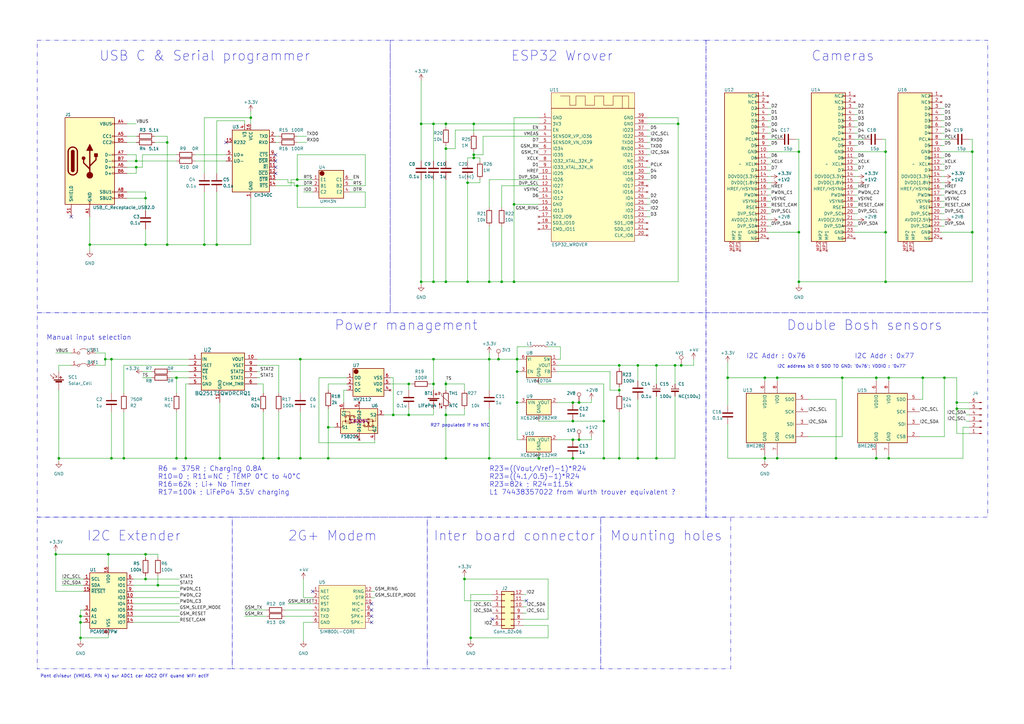
<source format=kicad_sch>
(kicad_sch (version 20230121) (generator eeschema)
  (paper "A3")
  (lib_symbols
    (symbol "BME280_1"
      (property "Reference" "U" (at -8.89 11.43 0))
      (property "Value" "BME280" (at 7.62 11.43 0))
      (symbol "BME280_1_1_1"
        (pin passive line (at -2.54 -15.24 90) (length 5.08) (name "GND") (number "1"))
        (pin input line (at 15.24 -7.62 180) (length 5.08) (name "CSB") (number "2"))
        (pin bidirectional line (at 15.24 -2.54 180) (length 5.08) (name "SDI") (number "3"))
        (pin input line (at 15.24 2.54 180) (length 5.08) (name "SCK") (number "4"))
        (pin bidirectional line (at 15.24 7.62 180) (length 5.08) (name "SDO") (number "5"))
        (pin passive line (at -2.54 15.24 270) (length 5.08) (name "VDDIO") (number "6"))
        (pin passive line (at 2.54 -15.24 90) (length 5.08) (name "GND") (number "7"))
        (pin passive line (at 2.54 15.24 270) (length 5.08) (name "VDD") (number "8"))
      )
    )
    (symbol "Connector:Conn_01x06_Pin" (pin_names (offset 1.016) hide)
      (property "Reference" "J" (at 0 7.62 0))
      (property "Value" "Conn_01x06_Pin" (at 0 -10.16 0))
      (symbol "Conn_01x06_Pin_1_1"
        (pin passive line (at 5.08 5.08 180) (length 3.81) (name "Pin_1") (number "1"))
        (pin passive line (at 5.08 2.54 180) (length 3.81) (name "Pin_2") (number "2"))
        (pin passive line (at 5.08 0 180) (length 3.81) (name "Pin_3") (number "3"))
        (pin passive line (at 5.08 -2.54 180) (length 3.81) (name "Pin_4") (number "4"))
        (pin passive line (at 5.08 -5.08 180) (length 3.81) (name "Pin_5") (number "5"))
        (pin passive line (at 5.08 -7.62 180) (length 3.81) (name "Pin_6") (number "6"))
      )
    )
    (symbol "Connector:TestPoint" (pin_numbers hide) (pin_names (offset 0.762) hide)
      (property "Reference" "TP" (at 0 6.858 0))
      (property "Value" "TestPoint" (at 0 5.08 0))
      (symbol "TestPoint_1_1"
        (pin passive line (at 0 0 90) (length 2.54) (name "1") (number "1"))
      )
    )
    (symbol "Connector:USB_C_Receptacle_USB2.0" (pin_names (offset 1.016))
      (property "Reference" "J" (at -10.16 19.05 0))
      (property "Value" "USB_C_Receptacle_USB2.0" (at 19.05 19.05 0))
      (symbol "USB_C_Receptacle_USB2.0_1_1"
        (pin passive line (at 0 -22.86 90) (length 5.08) (name "GND") (number "A1"))
        (pin passive line (at 0 -22.86 90) (length 5.08) hide (name "GND") (number "A12"))
        (pin passive line (at 15.24 15.24 180) (length 5.08) (name "VBUS") (number "A4"))
        (pin bidirectional line (at 15.24 10.16 180) (length 5.08) (name "CC1") (number "A5"))
        (pin bidirectional line (at 15.24 -2.54 180) (length 5.08) (name "D+") (number "A6"))
        (pin bidirectional line (at 15.24 2.54 180) (length 5.08) (name "D-") (number "A7"))
        (pin bidirectional line (at 15.24 -12.7 180) (length 5.08) (name "SBU1") (number "A8"))
        (pin passive line (at 15.24 15.24 180) (length 5.08) hide (name "VBUS") (number "A9"))
        (pin passive line (at 0 -22.86 90) (length 5.08) hide (name "GND") (number "B1"))
        (pin passive line (at 0 -22.86 90) (length 5.08) hide (name "GND") (number "B12"))
        (pin passive line (at 15.24 15.24 180) (length 5.08) hide (name "VBUS") (number "B4"))
        (pin bidirectional line (at 15.24 7.62 180) (length 5.08) (name "CC2") (number "B5"))
        (pin bidirectional line (at 15.24 -5.08 180) (length 5.08) (name "D+") (number "B6"))
        (pin bidirectional line (at 15.24 0 180) (length 5.08) (name "D-") (number "B7"))
        (pin bidirectional line (at 15.24 -15.24 180) (length 5.08) (name "SBU2") (number "B8"))
        (pin passive line (at 15.24 15.24 180) (length 5.08) hide (name "VBUS") (number "B9"))
        (pin passive line (at -7.62 -22.86 90) (length 5.08) (name "SHIELD") (number "S1"))
      )
    )
    (symbol "Device:Battery_Cell" (pin_numbers hide) (pin_names (offset 0) hide)
      (property "Reference" "BT" (at 2.54 2.54 0))
      (property "Value" "Battery_Cell" (at 2.54 0 0))
      (symbol "Battery_Cell_1_1"
        (pin passive line (at 0 5.08 270) (length 2.54) (name "+") (number "1"))
        (pin passive line (at 0 -2.54 90) (length 2.54) (name "-") (number "2"))
      )
    )
    (symbol "Device:C" (pin_numbers hide) (pin_names (offset 0.254))
      (property "Reference" "C" (at 0.635 2.54 0))
      (property "Value" "C" (at 0.635 -2.54 0))
      (symbol "C_1_1"
        (pin passive line (at 0 3.81 270) (length 2.794) (name "~") (number "1"))
        (pin passive line (at 0 -3.81 90) (length 2.794) (name "~") (number "2"))
      )
    )
    (symbol "Device:C_Polarized_Small" (pin_numbers hide) (pin_names (offset 0.254) hide)
      (property "Reference" "C" (at 0.254 1.778 0))
      (property "Value" "C_Polarized_Small" (at 0.254 -2.032 0))
      (symbol "C_Polarized_Small_1_1"
        (pin passive line (at 0 2.54 270) (length 1.8542) (name "~") (number "1"))
        (pin passive line (at 0 -2.54 90) (length 1.8542) (name "~") (number "2"))
      )
    )
    (symbol "Device:L" (pin_numbers hide) (pin_names (offset 1.016) hide)
      (property "Reference" "L" (at -1.27 0 90))
      (property "Value" "L" (at 1.905 0 90))
      (symbol "L_1_1"
        (pin passive line (at 0 3.81 270) (length 1.27) (name "1") (number "1"))
        (pin passive line (at 0 -3.81 90) (length 1.27) (name "2") (number "2"))
      )
    )
    (symbol "Device:R" (pin_numbers hide) (pin_names (offset 0))
      (property "Reference" "R" (at 2.032 0 90))
      (property "Value" "R" (at 0 0 90))
      (symbol "R_1_1"
        (pin passive line (at 0 3.81 270) (length 1.27) (name "~") (number "1"))
        (pin passive line (at 0 -3.81 90) (length 1.27) (name "~") (number "2"))
      )
    )
    (symbol "Device:Solar_Cell" (pin_numbers hide) (pin_names (offset 0) hide)
      (property "Reference" "SC" (at 2.54 2.54 0))
      (property "Value" "Solar_Cell" (at 2.54 0 0))
      (symbol "Solar_Cell_1_1"
        (pin passive line (at 0 5.08 270) (length 2.54) (name "+") (number "1"))
        (pin passive line (at 0 -2.54 90) (length 2.54) (name "-") (number "2"))
      )
    )
    (symbol "Device:Thermistor_NTC" (pin_numbers hide) (pin_names (offset 0))
      (property "Reference" "TH" (at -4.445 0 90))
      (property "Value" "Thermistor_NTC" (at 3.175 0 90))
      (symbol "Thermistor_NTC_1_1"
        (pin passive line (at 0 3.81 270) (length 1.27) (name "~") (number "1"))
        (pin passive line (at 0 -3.81 90) (length 1.27) (name "~") (number "2"))
      )
    )
    (symbol "Jumper:Jumper_2_Bridged" (pin_names (offset 0) hide)
      (property "Reference" "JP" (at 0 1.905 0))
      (property "Value" "Jumper_2_Bridged" (at 0 -2.54 0))
      (symbol "Jumper_2_Bridged_1_1"
        (pin passive line (at -5.08 0 0) (length 2.54) (name "A") (number "1"))
        (pin passive line (at 5.08 0 180) (length 2.54) (name "B") (number "2"))
      )
    )
    (symbol "Jumper:Jumper_2_Open" (pin_names (offset 0) hide)
      (property "Reference" "JP" (at 0 2.794 0))
      (property "Value" "Jumper_2_Open" (at 0 -2.286 0))
      (symbol "Jumper_2_Open_1_1"
        (pin passive line (at -5.08 0 0) (length 2.54) (name "A") (number "1"))
        (pin passive line (at 5.08 0 180) (length 2.54) (name "B") (number "2"))
      )
    )
    (symbol "Meteo_Lacarriere:BME280"
      (property "Reference" "U" (at -8.89 11.43 0))
      (property "Value" "BME280" (at 7.62 11.43 0))
      (symbol "BME280_1_1"
        (pin passive line (at -2.54 -15.24 90) (length 5.08) (name "GND") (number "1"))
        (pin input line (at 15.24 -7.62 180) (length 5.08) (name "CSB") (number "2"))
        (pin bidirectional line (at 15.24 -2.54 180) (length 5.08) (name "SDI") (number "3"))
        (pin input line (at 15.24 2.54 180) (length 5.08) (name "SCK") (number "4"))
        (pin bidirectional line (at 15.24 7.62 180) (length 5.08) (name "SDO") (number "5"))
        (pin passive line (at -2.54 15.24 270) (length 5.08) (name "VDDIO") (number "6"))
        (pin passive line (at 2.54 -15.24 90) (length 5.08) (name "GND") (number "7"))
        (pin passive line (at 2.54 15.24 270) (length 5.08) (name "VDD") (number "8"))
      )
    )
    (symbol "Meteo_Lacarriere:BQ25171QWDRCRQ1" (pin_names (offset 0.254))
      (property "Reference" "U" (at 0 15.24 0))
      (property "Value" "BQ25171QWDRCRQ1" (at 0 12.7 0))
      (symbol "BQ25171QWDRCRQ1_1_1"
        (pin passive line (at -13.97 5.08 0) (length 5.08) (name "IN") (number "1"))
        (pin passive line (at 13.97 5.08 180) (length 5.08) (name "VOUT") (number "10"))
        (pin passive line (at -1.27 -12.7 90) (length 5.08) (name "GND") (number "11"))
        (pin input line (at -13.97 2.54 0) (length 5.08) (name "ISET") (number "2"))
        (pin input line (at -13.97 0 0) (length 5.08) (name "~{CE}") (number "3"))
        (pin input line (at -13.97 -2.54 0) (length 5.08) (name "TS") (number "4"))
        (pin passive line (at -13.97 -5.08 0) (length 5.08) (name "GND") (number "5"))
        (pin input line (at 13.97 -5.08 180) (length 5.08) (name "CHM_TMR") (number "6"))
        (pin output line (at 13.97 -2.54 180) (length 5.08) (name "STAT1") (number "7"))
        (pin output line (at 13.97 0 180) (length 5.08) (name "STAT2") (number "8"))
        (pin input line (at 13.97 2.54 180) (length 5.08) (name "VSET") (number "9"))
      )
    )
    (symbol "Meteo_Lacarriere:CH340C"
      (property "Reference" "U" (at -5.08 13.97 0))
      (property "Value" "CH340C" (at 1.27 13.97 0))
      (symbol "CH340C_1_1"
        (pin passive line (at 0 -15.24 90) (length 2.54) (name "GND") (number "1"))
        (pin input line (at 10.16 0 180) (length 2.54) (name "~{DSR}") (number "10"))
        (pin input line (at 10.16 -2.54 180) (length 2.54) (name "~{RI}") (number "11"))
        (pin input line (at 10.16 -5.08 180) (length 2.54) (name "~{DCD}") (number "12"))
        (pin output line (at 10.16 -7.62 180) (length 2.54) (name "~{DTR}") (number "13"))
        (pin output line (at 10.16 -10.16 180) (length 2.54) (name "~{RTS}") (number "14"))
        (pin input line (at -10.16 7.62 0) (length 2.54) (name "R232") (number "15"))
        (pin passive line (at 0 15.24 270) (length 2.54) (name "VCC") (number "16"))
        (pin output line (at 10.16 10.16 180) (length 2.54) (name "TXD") (number "2"))
        (pin input line (at 10.16 7.62 180) (length 2.54) (name "RXD") (number "3"))
        (pin passive line (at -2.54 15.24 270) (length 2.54) (name "V3") (number "4"))
        (pin bidirectional line (at -10.16 2.54 0) (length 2.54) (name "UD+") (number "5"))
        (pin bidirectional line (at -10.16 0 0) (length 2.54) (name "UD-") (number "6"))
        (pin no_connect line (at -7.62 -7.62 0) (length 2.54) hide (name "NC") (number "7"))
        (pin no_connect line (at -7.62 -10.16 0) (length 2.54) hide (name "NC") (number "8"))
        (pin input line (at 10.16 2.54 180) (length 2.54) (name "~{CTS}") (number "9"))
      )
    )
    (symbol "Meteo_Lacarriere:Conn_02x06_Counter_Clockwise" (pin_names (offset 1.016) hide)
      (property "Reference" "J" (at 0 8.89 0))
      (property "Value" "Conn_02x06_Counter_Clockwise" (at 0 -8.89 0))
      (symbol "Conn_02x06_Counter_Clockwise_1_1"
        (pin passive line (at -6.35 6.35 0) (length 3.81) (name "Pin_1") (number "1"))
        (pin passive line (at 6.35 1.27 180) (length 3.81) (name "Pin_10") (number "10"))
        (pin passive line (at 6.35 3.81 180) (length 3.81) (name "Pin_11") (number "11"))
        (pin passive line (at 6.35 6.35 180) (length 3.81) (name "Pin_12") (number "12"))
        (pin passive line (at -6.35 3.81 0) (length 3.81) (name "Pin_2") (number "2"))
        (pin passive line (at -6.35 1.27 0) (length 3.81) (name "Pin_3") (number "3"))
        (pin passive line (at -6.35 -1.27 0) (length 3.81) (name "Pin_4") (number "4"))
        (pin passive line (at -6.35 -3.81 0) (length 3.81) (name "Pin_5") (number "5"))
        (pin passive line (at -6.35 -6.35 0) (length 3.81) (name "Pin_6") (number "6"))
        (pin passive line (at 6.35 -6.35 180) (length 3.81) (name "Pin_7") (number "7"))
        (pin passive line (at 6.35 -3.81 180) (length 3.81) (name "Pin_8") (number "8"))
        (pin passive line (at 6.35 -1.27 180) (length 3.81) (name "Pin_9") (number "9"))
      )
    )
    (symbol "Meteo_Lacarriere:ESP32_WROVER"
      (property "Reference" "U" (at -15.24 36.83 0))
      (property "Value" "ESP32_WROVER" (at 0 0 0))
      (property "Footprint" "Lacarriere_Meteo_fp:ESP32-WROVER" (at 0 0 0))
      (symbol "ESP32_WROVER_1_1"
        (pin passive line (at -21.59 25.4 0) (length 5.08) (name "GND") (number "1"))
        (pin bidirectional line (at -21.59 2.54 0) (length 5.08) (name "IO25") (number "10"))
        (pin bidirectional line (at -21.59 0 0) (length 5.08) (name "IO26") (number "11"))
        (pin bidirectional line (at -21.59 -2.54 0) (length 5.08) (name "IO27") (number "12"))
        (pin bidirectional line (at -21.59 -5.08 0) (length 5.08) (name "IO14") (number "13"))
        (pin bidirectional line (at -21.59 -7.62 0) (length 5.08) (name "IO12") (number "14"))
        (pin passive line (at -21.59 -10.16 0) (length 5.08) (name "GND") (number "15"))
        (pin bidirectional line (at -21.59 -12.7 0) (length 5.08) (name "IO13") (number "16"))
        (pin no_connect line (at -21.59 -15.24 0) (length 5.08) (name "SD2_IO9") (number "17"))
        (pin no_connect line (at -21.59 -17.78 0) (length 5.08) (name "SD3_IO10") (number "18"))
        (pin no_connect line (at -21.59 -20.32 0) (length 5.08) (name "CMD_IO11") (number "19"))
        (pin passive line (at -21.59 22.86 0) (length 5.08) (name "3V3") (number "2"))
        (pin no_connect line (at 22.86 -22.86 180) (length 5.08) (name "CLK_IO6") (number "20"))
        (pin no_connect line (at 22.86 -20.32 180) (length 5.08) (name "SD0_IO7") (number "21"))
        (pin no_connect line (at 22.86 -17.78 180) (length 5.08) (name "SD1_IO8") (number "22"))
        (pin bidirectional line (at 22.86 -15.24 180) (length 5.08) (name "IO15") (number "23"))
        (pin bidirectional line (at 22.86 -12.7 180) (length 5.08) (name "IO2") (number "24"))
        (pin bidirectional line (at 22.86 -10.16 180) (length 5.08) (name "IO0") (number "25"))
        (pin bidirectional line (at 22.86 -7.62 180) (length 5.08) (name "IO4") (number "26"))
        (pin no_connect line (at 22.86 -5.08 180) (length 5.08) (name "IO16") (number "27"))
        (pin no_connect line (at 22.86 -2.54 180) (length 5.08) (name "IO17") (number "28"))
        (pin bidirectional line (at 22.86 0 180) (length 5.08) (name "IO5") (number "29"))
        (pin input line (at -21.59 20.32 0) (length 5.08) (name "EN") (number "3"))
        (pin bidirectional line (at 22.86 2.54 180) (length 5.08) (name "IO18") (number "30"))
        (pin bidirectional line (at 22.86 5.08 180) (length 5.08) (name "IO19") (number "31"))
        (pin no_connect line (at 22.86 7.62 180) (length 5.08) (name "NC") (number "32"))
        (pin bidirectional line (at 22.86 10.16 180) (length 5.08) (name "IO21") (number "33"))
        (pin input line (at 22.86 12.7 180) (length 5.08) (name "RXD0") (number "34"))
        (pin output line (at 22.86 15.24 180) (length 5.08) (name "TXD0") (number "35"))
        (pin bidirectional line (at 22.86 17.78 180) (length 5.08) (name "IO22") (number "36"))
        (pin bidirectional line (at 22.86 20.32 180) (length 5.08) (name "IO23") (number "37"))
        (pin passive line (at 22.86 22.86 180) (length 5.08) (name "GND") (number "38"))
        (pin passive line (at 22.86 25.4 180) (length 5.08) (name "GND") (number "39"))
        (pin input line (at -21.59 17.78 0) (length 5.08) (name "SENSOR_VP_IO36") (number "4"))
        (pin input line (at -21.59 15.24 0) (length 5.08) (name "SENSOR_VN_IO39") (number "5"))
        (pin input line (at -21.59 12.7 0) (length 5.08) (name "IO34") (number "6"))
        (pin input line (at -21.59 10.16 0) (length 5.08) (name "IO35") (number "7"))
        (pin bidirectional line (at -21.59 7.62 0) (length 5.08) (name "IO32_XTAL_32K_P") (number "8"))
        (pin bidirectional line (at -21.59 5.08 0) (length 5.08) (name "IO33_XTAL_32K_N") (number "9"))
      )
    )
    (symbol "Meteo_Lacarriere:ESP_CAMERA"
      (property "Reference" "U" (at -6.35 30.48 0))
      (symbol "ESP_CAMERA_1_1"
        (pin no_connect line (at -11.43 27.94 0) (length 3.81) (name "NC2") (number "1"))
        (pin passive line (at -11.43 5.08 0) (length 3.81) (name "GND") (number "10"))
        (pin passive line (at -11.43 2.54 0) (length 3.81) (name "D6") (number "11"))
        (pin passive line (at -11.43 0 0) (length 3.81) (name "XCLK") (number "12"))
        (pin passive line (at -11.43 -2.54 0) (length 3.81) (name "D7") (number "13"))
        (pin passive line (at -11.43 -5.08 0) (length 3.81) (name "DOVDD(3.3V)") (number "14"))
        (pin passive line (at -11.43 -7.62 0) (length 3.81) (name "DVDD(1.8V)") (number "15"))
        (pin passive line (at -11.43 -10.16 0) (length 3.81) (name "HREF/HSYNC") (number "16"))
        (pin passive line (at -11.43 -12.7 0) (length 3.81) (name "PWDN") (number "17"))
        (pin passive line (at -11.43 -15.24 0) (length 3.81) (name "VSYNC") (number "18"))
        (pin passive line (at -11.43 -17.78 0) (length 3.81) (name "RSET") (number "19"))
        (pin no_connect line (at -11.43 25.4 0) (length 3.81) (name "NC1") (number "2"))
        (pin passive line (at -11.43 -20.32 0) (length 3.81) (name "DVP_SCL") (number "20"))
        (pin passive line (at -11.43 -22.86 0) (length 3.81) (name "AVDD(2.5V)") (number "21"))
        (pin passive line (at -11.43 -25.4 0) (length 3.81) (name "DVP_SDA") (number "22"))
        (pin passive line (at -11.43 -27.94 0) (length 3.81) (name "GND") (number "23"))
        (pin no_connect line (at -11.43 -30.48 0) (length 3.81) (name "NC") (number "24"))
        (pin passive line (at -11.43 22.86 0) (length 3.81) (name "D2") (number "3"))
        (pin passive line (at -11.43 20.32 0) (length 3.81) (name "D1") (number "4"))
        (pin passive line (at -11.43 17.78 0) (length 3.81) (name "D3") (number "5"))
        (pin passive line (at -11.43 15.24 0) (length 3.81) (name "D0") (number "6"))
        (pin passive line (at -11.43 12.7 0) (length 3.81) (name "D4") (number "7"))
        (pin passive line (at -11.43 10.16 0) (length 3.81) (name "PCLK") (number "8"))
        (pin passive line (at -11.43 7.62 0) (length 3.81) (name "D5") (number "9"))
        (pin no_connect line (at 0 -35.56 90) (length 3.81) (name "MP1") (number "MP1"))
        (pin no_connect line (at 2.54 -35.56 90) (length 3.81) (name "MP2") (number "MP2"))
      )
    )
    (symbol "Meteo_Lacarriere:FS8205"
      (property "Reference" "U" (at 0 0 0))
      (property "Value" "FS8205" (at 0 0 0))
      (property "LCSC" "C32254" (at 0 0 0))
      (symbol "FS8205_1_1"
        (pin passive line (at -10.16 -2.54 0) (length 2.54) (name "S1") (number "1"))
        (pin no_connect line (at 0 -7.62 90) (length 2.54) (name "D12") (number "2"))
        (pin passive line (at 10.16 2.54 180) (length 2.54) (name "S2") (number "3"))
        (pin passive line (at 6.35 -7.62 90) (length 2.54) (name "G2") (number "4"))
        (pin no_connect line (at 0 7.62 270) (length 2.54) (name "D12") (number "5"))
        (pin passive line (at -6.35 7.62 270) (length 2.54) (name "G1") (number "6"))
      )
    )
    (symbol "Meteo_Lacarriere:HY2112"
      (property "Reference" "U" (at -5.08 7.62 0))
      (property "Value" "HY2112" (at -2.54 -6.35 0))
      (symbol "HY2112_1_1"
        (pin passive line (at -8.89 2.54 0) (length 2.54) (name "OD") (number "1"))
        (pin passive line (at -8.89 0 0) (length 2.54) (name "CS") (number "2"))
        (pin passive line (at -8.89 -2.54 0) (length 2.54) (name "OC") (number "3"))
        (pin no_connect line (at 8.89 -2.54 180) (length 2.54) (name "NC") (number "4"))
        (pin passive line (at 8.89 0 180) (length 2.54) (name "VDD") (number "5"))
        (pin passive line (at 8.89 2.54 180) (length 2.54) (name "VSS") (number "6"))
      )
    )
    (symbol "Meteo_Lacarriere:PCA9557PW"
      (property "Reference" "U" (at -7.62 11.43 0))
      (property "Value" "PCA9557PW" (at 2.54 11.43 0))
      (symbol "PCA9557PW_1_1"
        (pin input line (at -10.16 7.62 0) (length 2.54) (name "SCL") (number "1"))
        (pin bidirectional line (at 10.16 0 180) (length 2.54) (name "IO3") (number "10"))
        (pin bidirectional line (at 10.16 -2.54 180) (length 2.54) (name "IO4") (number "11"))
        (pin bidirectional line (at 10.16 -5.08 180) (length 2.54) (name "IO5") (number "12"))
        (pin bidirectional line (at 10.16 -7.62 180) (length 2.54) (name "IO6") (number "13"))
        (pin bidirectional line (at 10.16 -10.16 180) (length 2.54) (name "IO7") (number "14"))
        (pin input line (at -10.16 2.54 0) (length 2.54) (name "~{RESET}") (number "15"))
        (pin passive line (at 0 12.7 270) (length 2.54) (name "VDD") (number "16"))
        (pin bidirectional line (at -10.16 5.08 0) (length 2.54) (name "SDA") (number "2"))
        (pin input line (at -10.16 -5.08 0) (length 2.54) (name "A0") (number "3"))
        (pin input line (at -10.16 -7.62 0) (length 2.54) (name "A1") (number "4"))
        (pin input line (at -10.16 -10.16 0) (length 2.54) (name "A2") (number "5"))
        (pin bidirectional line (at 10.16 7.62 180) (length 2.54) (name "IO0") (number "6"))
        (pin bidirectional line (at 10.16 5.08 180) (length 2.54) (name "IO1") (number "7"))
        (pin passive line (at 0 -15.24 90) (length 2.54) (name "VSS") (number "8"))
        (pin bidirectional line (at 10.16 2.54 180) (length 2.54) (name "IO2") (number "9"))
      )
    )
    (symbol "Meteo_Lacarriere:R" (pin_numbers hide) (pin_names (offset 0))
      (property "Reference" "R" (at 2.032 0 90))
      (property "Value" "R" (at 0 0 90))
      (symbol "R_1_1"
        (pin passive line (at 0 3.81 270) (length 1.27) (name "~") (number "1"))
        (pin passive line (at 0 -3.81 90) (length 1.27) (name "~") (number "2"))
      )
    )
    (symbol "Meteo_Lacarriere:SIM800L-CORE"
      (property "Reference" "U" (at -7.62 8.89 0))
      (property "Value" "SIM800L-CORE" (at 0 -12.7 0))
      (symbol "SIM800L-CORE_1_1"
        (pin bidirectional line (at -11.43 5.08 0) (length 2.54) (name "NET") (number "1"))
        (pin output line (at 12.7 0 180) (length 2.54) (name "MIC+") (number "10"))
        (pin passive line (at 12.7 2.54 180) (length 2.54) (name "DTR") (number "11"))
        (pin output line (at 12.7 5.08 180) (length 2.54) (name "RING") (number "12"))
        (pin power_in line (at -11.43 2.54 0) (length 2.54) (name "VCC") (number "2"))
        (pin input line (at -11.43 0 0) (length 2.54) (name "RST") (number "3"))
        (pin input line (at -11.43 -2.54 0) (length 2.54) (name "RXD") (number "4"))
        (pin output line (at -11.43 -5.08 0) (length 2.54) (name "TXD") (number "5"))
        (pin passive line (at -11.43 -7.62 0) (length 2.54) (name "GND") (number "6"))
        (pin output line (at 12.7 -7.62 180) (length 2.54) (name "SPK-") (number "7"))
        (pin output line (at 12.7 -5.08 180) (length 2.54) (name "SPK+") (number "8"))
        (pin output line (at 12.7 -2.54 180) (length 2.54) (name "MIC-") (number "9"))
      )
    )
    (symbol "Meteo_Lacarriere:TLV61070A" (pin_names (offset 0.254))
      (property "Reference" "U" (at -5.08 7.62 0))
      (property "Value" "TLV61070A" (at 0 7.62 0))
      (symbol "TLV61070A_1_1"
        (pin passive line (at 7.62 5.08 180) (length 2.54) (name "SW") (number "1"))
        (pin passive line (at 0 -5.08 90) (length 2.54) (name "GND") (number "2"))
        (pin input line (at -7.62 0 0) (length 2.54) (name "EN") (number "3"))
        (pin input line (at 7.62 0 180) (length 2.54) (name "FB") (number "4"))
        (pin power_out line (at 7.62 2.54 180) (length 2.54) (name "VOUT") (number "5"))
        (pin passive line (at -7.62 5.08 0) (length 2.54) (name "VI") (number "6"))
      )
    )
    (symbol "Meteo_Lacarriere:UMH3N"
      (property "Reference" "U" (at -5.08 7.62 0))
      (property "Value" "UMH3N" (at -1.27 -6.35 0))
      (symbol "UMH3N_1_1"
        (pin passive line (at -7.62 2.54 0) (length 2.54) (name "E1") (number "1"))
        (pin passive line (at -7.62 0 0) (length 2.54) (name "B1") (number "2"))
        (pin passive line (at -7.62 -2.54 0) (length 2.54) (name "C2") (number "3"))
        (pin passive line (at 7.62 -2.54 180) (length 2.54) (name "E2") (number "4"))
        (pin passive line (at 7.62 0 180) (length 2.54) (name "B2") (number "5"))
        (pin passive line (at 7.62 2.54 180) (length 2.54) (name "C1") (number "6"))
      )
    )
    (symbol "Meteo_Lacarriere:XC6206P132MR"
      (property "Reference" "U" (at -5.08 2.54 0))
      (property "Value" "XC6206P132MR" (at 7.62 -6.35 0))
      (symbol "XC6206P132MR_1_1"
        (pin passive line (at 0 -7.62 90) (length 2.54) (name "GND") (number "1"))
        (pin passive line (at 7.62 0 180) (length 2.54) (name "VOUT") (number "2"))
        (pin passive line (at -7.62 0 0) (length 2.54) (name "VIN") (number "3"))
      )
    )
    (symbol "Meteo_Lacarriere:XC6206P282MR"
      (property "Reference" "U" (at -5.08 2.54 0))
      (property "Value" "XC6206P282MR" (at 7.62 -6.35 0))
      (symbol "XC6206P282MR_1_1"
        (pin passive line (at 0 -7.62 90) (length 2.54) (name "GND") (number "1"))
        (pin passive line (at 7.62 0 180) (length 2.54) (name "VOUT") (number "2"))
        (pin passive line (at -7.62 0 0) (length 2.54) (name "VIN") (number "3"))
      )
    )
    (symbol "power:+1V2" (power) (pin_names (offset 0))
      (property "Value" "+1V2" (at 0 3.556 0))
      (symbol "+1V2_1_1"
        (pin power_in line (at 0 0 90) (length 0) hide (name "+1V2") (number "1"))
      )
    )
    (symbol "power:+2V8" (power) (pin_names (offset 0))
      (property "Value" "+2V8" (at 0 3.556 0))
      (symbol "+2V8_1_1"
        (pin power_in line (at 0 0 90) (length 0) hide (name "+2V8") (number "1"))
      )
    )
    (symbol "power:+3.3V" (power) (pin_names (offset 0))
      (property "Value" "+3.3V" (at 0 3.556 0))
      (symbol "+3.3V_1_1"
        (pin power_in line (at 0 0 90) (length 0) hide (name "+3.3V") (number "1"))
      )
    )
    (symbol "power:+4V" (power) (pin_names (offset 0))
      (property "Value" "+4V" (at 0 3.556 0))
      (symbol "+4V_1_1"
        (pin power_in line (at 0 0 90) (length 0) hide (name "+4V") (number "1"))
      )
    )
    (symbol "power:GND" (power) (pin_names (offset 0))
      (property "Value" "GND" (at 0 -3.81 0))
      (symbol "GND_1_1"
        (pin power_in line (at 0 0 270) (length 0) hide (name "GND") (number "1"))
      )
    )
  )
  (junction (at 363.22 62.23))
  (junction (at 378.46 154.94))
  (junction (at 364.49 187.96))
  (junction (at 210.82 83.82))
  (junction (at 269.24 149.86))
  (junction (at 247.65 187.96))
  (junction (at 72.39 154.94))
  (junction (at 204.47 147.32))
  (junction (at 55.88 68.58))
  (junction (at 59.69 227.33))
  (junction (at 24.13 187.96))
  (junction (at 182.88 60.96))
  (junction (at 107.95 187.96))
  (junction (at 237.49 165.1))
  (junction (at 45.72 147.32))
  (junction (at 177.8 115.57))
  (junction (at 33.02 255.27))
  (junction (at 234.95 180.34))
  (junction (at 254 160.02))
  (junction (at 205.74 115.57))
  (junction (at 83.82 100.33))
  (junction (at 234.95 172.72))
  (junction (at 342.9 187.96))
  (junction (at 269.24 187.96))
  (junction (at 194.31 50.8))
  (junction (at 72.39 187.96))
  (junction (at 398.78 95.25))
  (junction (at 327.66 95.25))
  (junction (at 212.09 147.32))
  (junction (at 55.88 66.04))
  (junction (at 161.29 170.18))
  (junction (at 121.92 76.2))
  (junction (at 200.66 115.57))
  (junction (at 193.04 261.62))
  (junction (at 167.64 170.18))
  (junction (at 76.2 187.96))
  (junction (at 134.62 187.96))
  (junction (at 182.88 157.48))
  (junction (at 190.5 237.49))
  (junction (at 45.72 187.96))
  (junction (at 278.13 50.8))
  (junction (at 359.41 154.94))
  (junction (at 194.31 64.77))
  (junction (at 59.69 100.33))
  (junction (at 234.95 165.1))
  (junction (at 33.02 261.62))
  (junction (at 68.58 58.42))
  (junction (at 261.62 187.96))
  (junction (at 88.9 100.33))
  (junction (at 134.62 175.26))
  (junction (at 64.77 240.03))
  (junction (at 261.62 149.86))
  (junction (at 364.49 154.94))
  (junction (at 318.77 154.94))
  (junction (at 254 149.86))
  (junction (at 43.18 147.32))
  (junction (at 182.88 187.96))
  (junction (at 327.66 62.23))
  (junction (at 191.77 74.93))
  (junction (at 212.09 165.1))
  (junction (at 59.69 81.28))
  (junction (at 392.43 165.1))
  (junction (at 279.4 149.86))
  (junction (at 33.02 252.73))
  (junction (at 114.3 187.96))
  (junction (at 36.83 100.33))
  (junction (at 363.22 95.25))
  (junction (at 44.45 227.33))
  (junction (at 68.58 100.33))
  (junction (at 194.31 63.5))
  (junction (at 167.64 157.48))
  (junction (at 313.69 187.96))
  (junction (at 276.86 149.86))
  (junction (at 102.87 48.26))
  (junction (at 298.45 154.94))
  (junction (at 172.72 50.8))
  (junction (at 191.77 115.57))
  (junction (at 182.88 115.57))
  (junction (at 387.35 154.94))
  (junction (at 392.43 167.64))
  (junction (at 22.86 227.33))
  (junction (at 90.17 187.96))
  (junction (at 318.77 187.96))
  (junction (at 177.8 157.48))
  (junction (at 359.41 187.96))
  (junction (at 254 187.96))
  (junction (at 172.72 115.57))
  (junction (at 363.22 115.57))
  (junction (at 237.49 180.34))
  (junction (at 212.09 152.4))
  (junction (at 121.92 73.66))
  (junction (at 123.19 187.96))
  (junction (at 182.88 170.18))
  (junction (at 313.69 154.94))
  (junction (at 210.82 115.57))
  (junction (at 327.66 115.57))
  (junction (at 220.98 187.96))
  (junction (at 59.69 237.49))
  (junction (at 177.8 50.8))
  (junction (at 50.8 187.96))
  (junction (at 123.19 147.32))
  (junction (at 247.65 172.72))
  (junction (at 345.44 154.94))
  (junction (at 398.78 62.23))
  (junction (at 177.8 147.32))
  (junction (at 200.66 187.96))
  (junction (at 234.95 187.96))
  (junction (at 200.66 147.32))
  (junction (at 182.88 50.8))
  (no_connect (at 152.4 247.65))
  (no_connect (at 215.9 246.38))
  (no_connect (at 113.03 68.58))
  (no_connect (at 113.03 71.12))
  (no_connect (at 113.03 66.04))
  (no_connect (at 152.4 255.27))
  (no_connect (at 92.71 58.42))
  (no_connect (at 29.21 88.9))
  (no_connect (at 128.27 242.57))
  (no_connect (at 152.4 252.73))
  (no_connect (at 113.03 63.5))
  (no_connect (at 201.93 254))
  (no_connect (at 152.4 250.19))
  (wire (pts (xy 59.69 81.28) (xy 59.69 86.36)))
  (wire (pts (xy 182.88 115.57) (xy 191.77 115.57)))
  (wire (pts (xy 90.17 165.1) (xy 90.17 187.96)))
  (wire (pts (xy 386.08 57.15) (xy 389.89 57.15)))
  (wire (pts (xy 107.95 168.91) (xy 107.95 187.96)))
  (wire (pts (xy 83.82 48.26) (xy 83.82 71.12)))
  (wire (pts (xy 387.35 87.63) (xy 386.08 87.63)))
  (wire (pts (xy 59.69 237.49) (xy 73.66 237.49)))
  (wire (pts (xy 69.85 154.94) (xy 72.39 154.94)))
  (wire (pts (xy 182.88 60.96) (xy 186.69 60.96)))
  (wire (pts (xy 210.82 83.82) (xy 210.82 115.57)))
  (wire (pts (xy 182.88 156.21) (xy 182.88 157.48)))
  (wire (pts (xy 200.66 73.66) (xy 220.98 73.66)))
  (wire (pts (xy 250.19 152.4) (xy 250.19 160.02)))
  (wire (pts (xy 182.88 170.18) (xy 182.88 187.96)))
  (wire (pts (xy 194.31 64.77) (xy 196.85 64.77)))
  (wire (pts (xy 254 149.86) (xy 261.62 149.86)))
  (wire (pts (xy 116.84 250.19) (xy 128.27 250.19)))
  (wire (pts (xy 234.95 187.96) (xy 247.65 187.96)))
  (wire (pts (xy 314.96 57.15) (xy 318.77 57.15)))
  (wire (pts (xy 394.97 175.26) (xy 394.97 187.96)))
  (wire (pts (xy 160.02 157.48) (xy 167.64 157.48)))
  (wire (pts (xy 196.85 64.77) (xy 196.85 66.04)))
  (wire (pts (xy 58.42 152.4) (xy 62.23 152.4)))
  (wire (pts (xy 43.18 147.32) (xy 43.18 149.86)))
  (wire (pts (xy 182.88 50.8) (xy 182.88 52.07)))
  (wire (pts (xy 182.88 60.96) (xy 182.88 59.69)))
  (wire (pts (xy 213.36 152.4) (xy 212.09 152.4)))
  (wire (pts (xy 396.24 170.18) (xy 397.51 170.18)))
  (wire (pts (xy 107.95 187.96) (xy 114.3 187.96)))
  (wire (pts (xy 123.19 187.96) (xy 114.3 187.96)))
  (wire (pts (xy 214.63 243.84) (xy 215.9 243.84)))
  (wire (pts (xy 214.63 246.38) (xy 215.9 246.38)))
  (wire (pts (xy 316.23 90.17) (xy 314.96 90.17)))
  (wire (pts (xy 134.62 167.64) (xy 134.62 175.26)))
  (wire (pts (xy 58.42 63.5) (xy 58.42 68.58)))
  (wire (pts (xy 24.13 187.96) (xy 45.72 187.96)))
  (wire (pts (xy 224.79 256.54) (xy 224.79 261.62)))
  (wire (pts (xy 247.65 157.48) (xy 247.65 172.72)))
  (wire (pts (xy 269.24 187.96) (xy 276.86 187.96)))
  (wire (pts (xy 119.38 76.2) (xy 119.38 73.66)))
  (wire (pts (xy 143.51 73.66) (xy 144.78 73.66)))
  (wire (pts (xy 43.18 147.32) (xy 45.72 147.32)))
  (wire (pts (xy 265.43 81.28) (xy 266.7 81.28)))
  (wire (pts (xy 394.97 187.96) (xy 364.49 187.96)))
  (wire (pts (xy 68.58 55.88) (xy 63.5 55.88)))
  (wire (pts (xy 266.7 86.36) (xy 265.43 86.36)))
  (wire (pts (xy 350.52 46.99) (xy 351.79 46.99)))
  (wire (pts (xy 398.78 62.23) (xy 398.78 95.25)))
  (wire (pts (xy 124.46 245.11) (xy 128.27 245.11)))
  (wire (pts (xy 121.92 73.66) (xy 128.27 73.66)))
  (wire (pts (xy 313.69 187.96) (xy 318.77 187.96)))
  (wire (pts (xy 205.74 76.2) (xy 220.98 76.2)))
  (wire (pts (xy 214.63 251.46) (xy 215.9 251.46)))
  (wire (pts (xy 314.96 62.23) (xy 327.66 62.23)))
  (wire (pts (xy 55.88 63.5) (xy 52.07 63.5)))
  (wire (pts (xy 228.6 152.4) (xy 250.19 152.4)))
  (wire (pts (xy 276.86 187.96) (xy 276.86 162.56)))
  (wire (pts (xy 220.98 172.72) (xy 234.95 172.72)))
  (wire (pts (xy 182.88 187.96) (xy 200.66 187.96)))
  (wire (pts (xy 123.19 147.32) (xy 177.8 147.32)))
  (wire (pts (xy 228.6 180.34) (xy 234.95 180.34)))
  (wire (pts (xy 123.19 147.32) (xy 123.19 161.29)))
  (wire (pts (xy 88.9 49.53) (xy 88.9 71.12)))
  (wire (pts (xy 22.86 227.33) (xy 44.45 227.33)))
  (wire (pts (xy 247.65 172.72) (xy 247.65 187.96)))
  (wire (pts (xy 200.66 147.32) (xy 200.66 160.02)))
  (wire (pts (xy 350.52 52.07) (xy 351.79 52.07)))
  (wire (pts (xy 387.35 90.17) (xy 386.08 90.17)))
  (wire (pts (xy 33.02 252.73) (xy 33.02 255.27)))
  (wire (pts (xy 284.48 149.86) (xy 279.4 149.86)))
  (wire (pts (xy 114.3 55.88) (xy 113.03 55.88)))
  (wire (pts (xy 182.88 187.96) (xy 134.62 187.96)))
  (wire (pts (xy 50.8 168.91) (xy 50.8 187.96)))
  (wire (pts (xy 350.52 57.15) (xy 354.33 57.15)))
  (wire (pts (xy 54.61 250.19) (xy 73.66 250.19)))
  (wire (pts (xy 172.72 115.57) (xy 177.8 115.57)))
  (wire (pts (xy 220.98 187.96) (xy 234.95 187.96)))
  (wire (pts (xy 364.49 154.94) (xy 378.46 154.94)))
  (wire (pts (xy 177.8 157.48) (xy 176.53 157.48)))
  (wire (pts (xy 149.86 76.2) (xy 143.51 76.2)))
  (wire (pts (xy 261.62 187.96) (xy 269.24 187.96)))
  (wire (pts (xy 363.22 115.57) (xy 327.66 115.57)))
  (wire (pts (xy 318.77 154.94) (xy 345.44 154.94)))
  (wire (pts (xy 149.86 85.09) (xy 149.86 78.74)))
  (wire (pts (xy 44.45 260.35) (xy 44.45 261.62)))
  (wire (pts (xy 214.63 248.92) (xy 215.9 248.92)))
  (wire (pts (xy 269.24 149.86) (xy 276.86 149.86)))
  (wire (pts (xy 52.07 71.12) (xy 55.88 71.12)))
  (wire (pts (xy 363.22 95.25) (xy 363.22 115.57)))
  (wire (pts (xy 210.82 83.82) (xy 220.98 83.82)))
  (wire (pts (xy 102.87 45.72) (xy 102.87 48.26)))
  (wire (pts (xy 316.23 82.55) (xy 314.96 82.55)))
  (wire (pts (xy 261.62 156.21) (xy 261.62 149.86)))
  (wire (pts (xy 54.61 255.27) (xy 73.66 255.27)))
  (wire (pts (xy 153.67 180.34) (xy 153.67 181.61)))
  (wire (pts (xy 220.98 48.26) (xy 210.82 48.26)))
  (wire (pts (xy 182.88 50.8) (xy 194.31 50.8)))
  (wire (pts (xy 68.58 58.42) (xy 68.58 100.33)))
  (wire (pts (xy 200.66 167.64) (xy 200.66 187.96)))
  (wire (pts (xy 100.33 50.8) (xy 100.33 49.53)))
  (wire (pts (xy 276.86 149.86) (xy 276.86 157.48)))
  (wire (pts (xy 45.72 187.96) (xy 50.8 187.96)))
  (wire (pts (xy 194.31 63.5) (xy 194.31 64.77)))
  (wire (pts (xy 24.13 160.02) (xy 24.13 187.96)))
  (wire (pts (xy 351.79 72.39) (xy 350.52 72.39)))
  (wire (pts (xy 314.96 49.53) (xy 316.23 49.53)))
  (wire (pts (xy 327.66 95.25) (xy 314.96 95.25)))
  (wire (pts (xy 76.2 187.96) (xy 90.17 187.96)))
  (wire (pts (xy 161.29 154.94) (xy 160.02 154.94)))
  (wire (pts (xy 387.35 92.71) (xy 386.08 92.71)))
  (wire (pts (xy 64.77 236.22) (xy 64.77 240.03)))
  (wire (pts (xy 177.8 50.8) (xy 177.8 66.04)))
  (wire (pts (xy 83.82 78.74) (xy 83.82 100.33)))
  (wire (pts (xy 212.09 147.32) (xy 213.36 147.32)))
  (wire (pts (xy 351.79 77.47) (xy 350.52 77.47)))
  (wire (pts (xy 350.52 69.85) (xy 351.79 69.85)))
  (wire (pts (xy 190.5 237.49) (xy 224.79 237.49)))
  (wire (pts (xy 157.48 170.18) (xy 161.29 170.18)))
  (wire (pts (xy 52.07 68.58) (xy 55.88 68.58)))
  (wire (pts (xy 200.66 85.09) (xy 200.66 73.66)))
  (wire (pts (xy 278.13 50.8) (xy 265.43 50.8)))
  (wire (pts (xy 64.77 227.33) (xy 64.77 228.6)))
  (wire (pts (xy 25.4 237.49) (xy 34.29 237.49)))
  (wire (pts (xy 194.31 50.8) (xy 220.98 50.8)))
  (wire (pts (xy 359.41 154.94) (xy 364.49 154.94)))
  (wire (pts (xy 392.43 167.64) (xy 397.51 167.64)))
  (wire (pts (xy 134.62 160.02) (xy 134.62 157.48)))
  (wire (pts (xy 55.88 66.04) (xy 72.39 66.04)))
  (wire (pts (xy 177.8 170.18) (xy 167.64 170.18)))
  (wire (pts (xy 172.72 50.8) (xy 172.72 66.04)))
  (wire (pts (xy 364.49 186.69) (xy 364.49 187.96)))
  (wire (pts (xy 313.69 187.96) (xy 313.69 189.23)))
  (wire (pts (xy 386.08 62.23) (xy 398.78 62.23)))
  (wire (pts (xy 54.61 252.73) (xy 73.66 252.73)))
  (wire (pts (xy 397.51 177.8) (xy 392.43 177.8)))
  (wire (pts (xy 200.66 92.71) (xy 200.66 115.57)))
  (wire (pts (xy 359.41 186.69) (xy 359.41 187.96)))
  (wire (pts (xy 398.78 95.25) (xy 386.08 95.25)))
  (wire (pts (xy 220.98 187.96) (xy 200.66 187.96)))
  (wire (pts (xy 350.52 49.53) (xy 351.79 49.53)))
  (wire (pts (xy 128.27 76.2) (xy 121.92 76.2)))
  (wire (pts (xy 398.78 115.57) (xy 398.78 95.25)))
  (wire (pts (xy 217.17 142.24) (xy 212.09 142.24)))
  (wire (pts (xy 182.88 167.64) (xy 182.88 170.18)))
  (wire (pts (xy 68.58 100.33) (xy 83.82 100.33)))
  (wire (pts (xy 190.5 236.22) (xy 190.5 237.49)))
  (wire (pts (xy 386.08 54.61) (xy 387.35 54.61)))
  (wire (pts (xy 364.49 154.94) (xy 364.49 156.21)))
  (wire (pts (xy 168.91 157.48) (xy 167.64 157.48)))
  (wire (pts (xy 261.62 149.86) (xy 269.24 149.86)))
  (wire (pts (xy 124.46 255.27) (xy 128.27 255.27)))
  (wire (pts (xy 190.5 170.18) (xy 182.88 170.18)))
  (wire (pts (xy 205.74 76.2) (xy 205.74 85.09)))
  (wire (pts (xy 190.5 167.64) (xy 190.5 170.18)))
  (wire (pts (xy 265.43 63.5) (xy 266.7 63.5)))
  (wire (pts (xy 186.69 53.34) (xy 186.69 60.96)))
  (wire (pts (xy 298.45 173.99) (xy 298.45 187.96)))
  (wire (pts (xy 55.88 68.58) (xy 55.88 71.12)))
  (wire (pts (xy 102.87 100.33) (xy 102.87 81.28)))
  (wire (pts (xy 212.09 152.4) (xy 212.09 147.32)))
  (wire (pts (xy 177.8 73.66) (xy 177.8 115.57)))
  (wire (pts (xy 121.92 76.2) (xy 121.92 85.09)))
  (wire (pts (xy 68.58 58.42) (xy 68.58 55.88)))
  (wire (pts (xy 265.43 88.9) (xy 266.7 88.9)))
  (wire (pts (xy 228.6 149.86) (xy 254 149.86)))
  (wire (pts (xy 378.46 154.94) (xy 378.46 163.83)))
  (wire (pts (xy 363.22 57.15) (xy 361.95 57.15)))
  (wire (pts (xy 213.36 180.34) (xy 212.09 180.34)))
  (wire (pts (xy 378.46 154.94) (xy 387.35 154.94)))
  (wire (pts (xy 247.65 187.96) (xy 254 187.96)))
  (wire (pts (xy 105.41 154.94) (xy 106.68 154.94)))
  (wire (pts (xy 191.77 74.93) (xy 191.77 73.66)))
  (wire (pts (xy 276.86 149.86) (xy 279.4 149.86)))
  (wire (pts (xy 177.8 167.64) (xy 177.8 170.18)))
  (wire (pts (xy 298.45 154.94) (xy 313.69 154.94)))
  (wire (pts (xy 134.62 175.26) (xy 134.62 187.96)))
  (wire (pts (xy 76.2 157.48) (xy 76.2 187.96)))
  (wire (pts (xy 387.35 80.01) (xy 386.08 80.01)))
  (wire (pts (xy 59.69 237.49) (xy 59.69 236.22)))
  (wire (pts (xy 387.35 74.93) (xy 386.08 74.93)))
  (wire (pts (xy 121.92 76.2) (xy 120.65 76.2)))
  (wire (pts (xy 59.69 227.33) (xy 64.77 227.33)))
  (wire (pts (xy 265.43 71.12) (xy 266.7 71.12)))
  (wire (pts (xy 386.08 67.31) (xy 387.35 67.31)))
  (wire (pts (xy 149.86 63.5) (xy 149.86 76.2)))
  (wire (pts (xy 193.04 243.84) (xy 201.93 243.84)))
  (wire (pts (xy 269.24 162.56) (xy 269.24 187.96)))
  (wire (pts (xy 80.01 66.04) (xy 92.71 66.04)))
  (wire (pts (xy 327.66 57.15) (xy 326.39 57.15)))
  (wire (pts (xy 161.29 170.18) (xy 161.29 154.94)))
  (wire (pts (xy 237.49 165.1) (xy 242.57 165.1)))
  (wire (pts (xy 314.96 44.45) (xy 316.23 44.45)))
  (wire (pts (xy 224.79 142.24) (xy 229.87 142.24)))
  (wire (pts (xy 200.66 144.78) (xy 200.66 147.32)))
  (wire (pts (xy 52.07 55.88) (xy 55.88 55.88)))
  (wire (pts (xy 266.7 73.66) (xy 265.43 73.66)))
  (wire (pts (xy 36.83 88.9) (xy 36.83 100.33)))
  (wire (pts (xy 359.41 154.94) (xy 359.41 156.21)))
  (wire (pts (xy 265.43 60.96) (xy 266.7 60.96)))
  (wire (pts (xy 364.49 187.96) (xy 359.41 187.96)))
  (wire (pts (xy 198.12 55.88) (xy 220.98 55.88)))
  (wire (pts (xy 172.72 50.8) (xy 177.8 50.8)))
  (wire (pts (xy 58.42 154.94) (xy 62.23 154.94)))
  (wire (pts (xy 363.22 62.23) (xy 363.22 57.15)))
  (wire (pts (xy 83.82 100.33) (xy 88.9 100.33)))
  (wire (pts (xy 193.04 261.62) (xy 193.04 262.89)))
  (wire (pts (xy 386.08 46.99) (xy 387.35 46.99)))
  (wire (pts (xy 105.41 152.4) (xy 106.68 152.4)))
  (wire (pts (xy 59.69 93.98) (xy 59.69 100.33)))
  (wire (pts (xy 167.64 157.48) (xy 167.64 160.02)))
  (wire (pts (xy 200.66 147.32) (xy 204.47 147.32)))
  (wire (pts (xy 278.13 115.57) (xy 278.13 50.8)))
  (wire (pts (xy 214.63 256.54) (xy 224.79 256.54)))
  (wire (pts (xy 254 160.02) (xy 254 161.29)))
  (wire (pts (xy 342.9 163.83) (xy 342.9 187.96)))
  (wire (pts (xy 134.62 175.26) (xy 137.16 175.26)))
  (wire (pts (xy 350.52 62.23) (xy 363.22 62.23)))
  (wire (pts (xy 234.95 165.1) (xy 237.49 165.1)))
  (wire (pts (xy 33.02 255.27) (xy 34.29 255.27)))
  (wire (pts (xy 190.5 160.02) (xy 190.5 157.48)))
  (wire (pts (xy 265.43 83.82) (xy 266.7 83.82)))
  (wire (pts (xy 191.77 74.93) (xy 191.77 115.57)))
  (wire (pts (xy 386.08 69.85) (xy 387.35 69.85)))
  (wire (pts (xy 386.08 52.07) (xy 387.35 52.07)))
  (wire (pts (xy 34.29 242.57) (xy 22.86 242.57)))
  (wire (pts (xy 90.17 187.96) (xy 107.95 187.96)))
  (wire (pts (xy 313.69 186.69) (xy 313.69 187.96)))
  (wire (pts (xy 250.19 160.02) (xy 254 160.02)))
  (wire (pts (xy 316.23 85.09) (xy 314.96 85.09)))
  (wire (pts (xy 58.42 68.58) (xy 55.88 68.58)))
  (wire (pts (xy 44.45 227.33) (xy 44.45 232.41)))
  (wire (pts (xy 182.88 60.96) (xy 182.88 66.04)))
  (wire (pts (xy 22.86 242.57) (xy 22.86 227.33)))
  (wire (pts (xy 121.92 63.5) (xy 149.86 63.5)))
  (wire (pts (xy 43.18 149.86) (xy 39.37 149.86)))
  (wire (pts (xy 177.8 115.57) (xy 182.88 115.57)))
  (wire (pts (xy 318.77 156.21) (xy 318.77 154.94)))
  (wire (pts (xy 88.9 78.74) (xy 88.9 100.33)))
  (wire (pts (xy 351.79 82.55) (xy 350.52 82.55)))
  (wire (pts (xy 121.92 58.42) (xy 125.73 58.42)))
  (wire (pts (xy 77.47 149.86) (xy 50.8 149.86)))
  (wire (pts (xy 314.96 46.99) (xy 316.23 46.99)))
  (wire (pts (xy 229.87 147.32) (xy 228.6 147.32)))
  (wire (pts (xy 52.07 78.74) (xy 59.69 78.74)))
  (wire (pts (xy 177.8 50.8) (xy 182.88 50.8)))
  (wire (pts (xy 52.07 58.42) (xy 55.88 58.42)))
  (wire (pts (xy 234.95 172.72) (xy 247.65 172.72)))
  (wire (pts (xy 24.13 149.86) (xy 24.13 152.4)))
  (wire (pts (xy 59.69 100.33) (xy 68.58 100.33)))
  (wire (pts (xy 54.61 245.11) (xy 73.66 245.11)))
  (wire (pts (xy 212.09 165.1) (xy 213.36 165.1)))
  (wire (pts (xy 318.77 187.96) (xy 342.9 187.96)))
  (wire (pts (xy 351.79 74.93) (xy 350.52 74.93)))
  (wire (pts (xy 50.8 149.86) (xy 50.8 161.29)))
  (wire (pts (xy 54.61 242.57) (xy 73.66 242.57)))
  (wire (pts (xy 100.33 250.19) (xy 109.22 250.19)))
  (wire (pts (xy 214.63 254) (xy 224.79 254)))
  (wire (pts (xy 351.79 87.63) (xy 350.52 87.63)))
  (wire (pts (xy 314.96 54.61) (xy 316.23 54.61)))
  (wire (pts (xy 52.07 66.04) (xy 55.88 66.04)))
  (wire (pts (xy 351.79 90.17) (xy 350.52 90.17)))
  (wire (pts (xy 22.86 144.78) (xy 29.21 144.78)))
  (wire (pts (xy 345.44 179.07) (xy 345.44 154.94)))
  (wire (pts (xy 161.29 170.18) (xy 167.64 170.18)))
  (wire (pts (xy 314.96 69.85) (xy 316.23 69.85)))
  (wire (pts (xy 59.69 228.6) (xy 59.69 227.33)))
  (wire (pts (xy 350.52 44.45) (xy 351.79 44.45)))
  (wire (pts (xy 116.84 252.73) (xy 128.27 252.73)))
  (wire (pts (xy 124.46 255.27) (xy 124.46 262.89)))
  (wire (pts (xy 72.39 63.5) (xy 58.42 63.5)))
  (wire (pts (xy 204.47 147.32) (xy 212.09 147.32)))
  (wire (pts (xy 205.74 92.71) (xy 205.74 115.57)))
  (wire (pts (xy 52.07 81.28) (xy 59.69 81.28)))
  (wire (pts (xy 172.72 73.66) (xy 172.72 115.57)))
  (wire (pts (xy 100.33 252.73) (xy 109.22 252.73)))
  (wire (pts (xy 24.13 187.96) (xy 24.13 189.23)))
  (wire (pts (xy 210.82 48.26) (xy 210.82 83.82)))
  (wire (pts (xy 314.96 64.77) (xy 316.23 64.77)))
  (wire (pts (xy 114.3 168.91) (xy 114.3 187.96)))
  (wire (pts (xy 102.87 48.26) (xy 102.87 50.8)))
  (wire (pts (xy 386.08 44.45) (xy 387.35 44.45)))
  (wire (pts (xy 33.02 250.19) (xy 33.02 252.73)))
  (wire (pts (xy 350.52 54.61) (xy 351.79 54.61)))
  (wire (pts (xy 398.78 57.15) (xy 397.51 57.15)))
  (wire (pts (xy 316.23 87.63) (xy 314.96 87.63)))
  (wire (pts (xy 45.72 147.32) (xy 77.47 147.32)))
  (wire (pts (xy 33.02 261.62) (xy 33.02 255.27)))
  (wire (pts (xy 351.79 92.71) (xy 350.52 92.71)))
  (wire (pts (xy 177.8 157.48) (xy 177.8 160.02)))
  (wire (pts (xy 167.64 167.64) (xy 167.64 170.18)))
  (wire (pts (xy 100.33 49.53) (xy 88.9 49.53)))
  (wire (pts (xy 350.52 64.77) (xy 351.79 64.77)))
  (wire (pts (xy 72.39 154.94) (xy 77.47 154.94)))
  (wire (pts (xy 114.3 149.86) (xy 114.3 161.29)))
  (wire (pts (xy 298.45 187.96) (xy 313.69 187.96)))
  (wire (pts (xy 88.9 100.33) (xy 102.87 100.33)))
  (wire (pts (xy 54.61 247.65) (xy 73.66 247.65)))
  (wire (pts (xy 220.98 157.48) (xy 247.65 157.48)))
  (wire (pts (xy 212.09 165.1) (xy 212.09 180.34)))
  (wire (pts (xy 105.41 149.86) (xy 114.3 149.86)))
  (wire (pts (xy 278.13 48.26) (xy 278.13 50.8)))
  (wire (pts (xy 212.09 142.24) (xy 212.09 147.32)))
  (wire (pts (xy 212.09 152.4) (xy 212.09 165.1)))
  (wire (pts (xy 44.45 261.62) (xy 33.02 261.62)))
  (wire (pts (xy 397.51 165.1) (xy 392.43 165.1)))
  (wire (pts (xy 396.24 172.72) (xy 397.51 172.72)))
  (wire (pts (xy 316.23 74.93) (xy 314.96 74.93)))
  (wire (pts (xy 118.11 247.65) (xy 128.27 247.65)))
  (wire (pts (xy 386.08 49.53) (xy 387.35 49.53)))
  (wire (pts (xy 242.57 180.34) (xy 242.57 179.07)))
  (wire (pts (xy 314.96 59.69) (xy 316.23 59.69)))
  (wire (pts (xy 261.62 163.83) (xy 261.62 187.96)))
  (wire (pts (xy 254 158.75) (xy 254 160.02)))
  (wire (pts (xy 377.19 163.83) (xy 378.46 163.83)))
  (wire (pts (xy 298.45 154.94) (xy 298.45 166.37)))
  (wire (pts (xy 350.52 59.69) (xy 351.79 59.69)))
  (wire (pts (xy 59.69 100.33) (xy 36.83 100.33)))
  (wire (pts (xy 125.73 55.88) (xy 121.92 55.88)))
  (wire (pts (xy 327.66 62.23) (xy 327.66 95.25)))
  (wire (pts (xy 194.31 64.77) (xy 191.77 64.77)))
  (wire (pts (xy 351.79 80.01) (xy 350.52 80.01)))
  (wire (pts (xy 254 168.91) (xy 254 187.96)))
  (wire (pts (xy 265.43 48.26) (xy 278.13 48.26)))
  (wire (pts (xy 210.82 115.57) (xy 278.13 115.57)))
  (wire (pts (xy 107.95 157.48) (xy 107.95 161.29)))
  (wire (pts (xy 284.48 147.32) (xy 284.48 149.86)))
  (wire (pts (xy 327.66 95.25) (xy 327.66 115.57)))
  (wire (pts (xy 254 149.86) (xy 254 151.13)))
  (wire (pts (xy 190.5 246.38) (xy 201.93 246.38)))
  (wire (pts (xy 331.47 179.07) (xy 345.44 179.07)))
  (wire (pts (xy 36.83 100.33) (xy 36.83 102.87)))
  (wire (pts (xy 59.69 78.74) (xy 59.69 81.28)))
  (wire (pts (xy 29.21 149.86) (xy 24.13 149.86)))
  (wire (pts (xy 269.24 149.86) (xy 269.24 157.48)))
  (wire (pts (xy 182.88 73.66) (xy 182.88 115.57)))
  (wire (pts (xy 105.41 147.32) (xy 123.19 147.32)))
  (wire (pts (xy 76.2 157.48) (xy 77.47 157.48)))
  (wire (pts (xy 265.43 55.88) (xy 266.7 55.88)))
  (wire (pts (xy 386.08 64.77) (xy 387.35 64.77)))
  (wire (pts (xy 54.61 237.49) (xy 59.69 237.49)))
  (wire (pts (xy 121.92 73.66) (xy 121.92 63.5)))
  (wire (pts (xy 130.81 181.61) (xy 130.81 154.94)))
  (wire (pts (xy 224.79 237.49) (xy 224.79 254)))
  (wire (pts (xy 194.31 62.23) (xy 194.31 63.5)))
  (wire (pts (xy 140.97 160.02) (xy 140.97 165.1)))
  (wire (pts (xy 387.35 82.55) (xy 386.08 82.55)))
  (wire (pts (xy 314.96 52.07) (xy 316.23 52.07)))
  (wire (pts (xy 193.04 243.84) (xy 193.04 261.62)))
  (wire (pts (xy 398.78 62.23) (xy 398.78 57.15)))
  (wire (pts (xy 124.46 78.74) (xy 128.27 78.74)))
  (wire (pts (xy 113.03 58.42) (xy 114.3 58.42)))
  (wire (pts (xy 50.8 187.96) (xy 72.39 187.96)))
  (wire (pts (xy 54.61 240.03) (xy 64.77 240.03)))
  (wire (pts (xy 234.95 180.34) (xy 237.49 180.34)))
  (wire (pts (xy 198.12 63.5) (xy 198.12 55.88)))
  (wire (pts (xy 298.45 148.59) (xy 298.45 154.94)))
  (wire (pts (xy 22.86 226.06) (xy 22.86 227.33)))
  (wire (pts (xy 387.35 154.94) (xy 387.35 179.07)))
  (wire (pts (xy 193.04 261.62) (xy 224.79 261.62)))
  (wire (pts (xy 34.29 250.19) (xy 33.02 250.19)))
  (wire (pts (xy 33.02 261.62) (xy 33.02 262.89)))
  (wire (pts (xy 44.45 227.33) (xy 59.69 227.33)))
  (wire (pts (xy 113.03 76.2) (xy 119.38 76.2)))
  (wire (pts (xy 265.43 58.42) (xy 266.7 58.42)))
  (wire (pts (xy 387.35 85.09) (xy 386.08 85.09)))
  (wire (pts (xy 153.67 181.61) (xy 130.81 181.61)))
  (wire (pts (xy 52.07 50.8) (xy 55.88 50.8)))
  (wire (pts (xy 124.46 237.49) (xy 124.46 245.11)))
  (wire (pts (xy 242.57 165.1) (xy 242.57 163.83)))
  (wire (pts (xy 194.31 63.5) (xy 198.12 63.5)))
  (wire (pts (xy 45.72 147.32) (xy 45.72 161.29)))
  (wire (pts (xy 327.66 62.23) (xy 327.66 57.15)))
  (wire (pts (xy 149.86 78.74) (xy 143.51 78.74)))
  (wire (pts (xy 130.81 154.94) (xy 142.24 154.94)))
  (wire (pts (xy 120.65 74.93) (xy 118.11 74.93)))
  (wire (pts (xy 123.19 187.96) (xy 134.62 187.96)))
  (wire (pts (xy 190.5 237.49) (xy 190.5 246.38)))
  (wire (pts (xy 200.66 115.57) (xy 205.74 115.57)))
  (wire (pts (xy 191.77 64.77) (xy 191.77 66.04)))
  (wire (pts (xy 205.74 115.57) (xy 210.82 115.57)))
  (wire (pts (xy 392.43 167.64) (xy 392.43 165.1)))
  (wire (pts (xy 152.4 242.57) (xy 153.67 242.57)))
  (wire (pts (xy 237.49 180.34) (xy 242.57 180.34)))
  (wire (pts (xy 55.88 66.04) (xy 55.88 63.5)))
  (wire (pts (xy 172.72 33.02) (xy 172.72 50.8)))
  (wire (pts (xy 392.43 154.94) (xy 387.35 154.94)))
  (wire (pts (xy 39.37 144.78) (xy 43.18 144.78)))
  (wire (pts (xy 123.19 168.91) (xy 123.19 187.96)))
  (wire (pts (xy 113.03 73.66) (xy 118.11 73.66)))
  (wire (pts (xy 25.4 240.03) (xy 34.29 240.03)))
  (wire (pts (xy 386.08 59.69) (xy 387.35 59.69)))
  (wire (pts (xy 363.22 115.57) (xy 398.78 115.57)))
  (wire (pts (xy 254 187.96) (xy 261.62 187.96)))
  (wire (pts (xy 387.35 77.47) (xy 386.08 77.47)))
  (wire (pts (xy 331.47 163.83) (xy 342.9 163.83)))
  (wire (pts (xy 363.22 95.25) (xy 350.52 95.25)))
  (wire (pts (xy 43.18 144.78) (xy 43.18 147.32)))
  (wire (pts (xy 194.31 50.8) (xy 194.31 54.61)))
  (wire (pts (xy 134.62 157.48) (xy 142.24 157.48)))
  (wire (pts (xy 63.5 58.42) (xy 68.58 58.42)))
  (wire (pts (xy 121.92 85.09) (xy 149.86 85.09)))
  (wire (pts (xy 387.35 179.07) (xy 377.19 179.07)))
  (wire (pts (xy 359.41 187.96) (xy 342.9 187.96)))
  (wire (pts (xy 345.44 154.94) (xy 359.41 154.94)))
  (wire (pts (xy 316.23 77.47) (xy 314.96 77.47)))
  (wire (pts (xy 363.22 62.23) (xy 363.22 95.25)))
  (wire (pts (xy 228.6 165.1) (xy 234.95 165.1)))
  (wire (pts (xy 196.85 74.93) (xy 191.77 74.93)))
  (wire (pts (xy 34.29 252.73) (xy 33.02 252.73)))
  (wire (pts (xy 350.52 67.31) (xy 351.79 67.31)))
  (wire (pts (xy 72.39 187.96) (xy 76.2 187.96)))
  (wire (pts (xy 386.08 72.39) (xy 387.35 72.39)))
  (wire (pts (xy 313.69 154.94) (xy 318.77 154.94)))
  (wire (pts (xy 118.11 74.93) (xy 118.11 73.66)))
  (wire (pts (xy 392.43 165.1) (xy 392.43 154.94)))
  (wire (pts (xy 392.43 177.8) (xy 392.43 167.64)))
  (wire (pts (xy 107.95 157.48) (xy 105.41 157.48)))
  (wire (pts (xy 196.85 73.66) (xy 196.85 74.93)))
  (wire (pts (xy 316.23 72.39) (xy 314.96 72.39)))
  (wire (pts (xy 142.24 160.02) (xy 140.97 160.02)))
  (wire (pts (xy 318.77 187.96) (xy 318.77 186.69)))
  (wire (pts (xy 177.8 147.32) (xy 200.66 147.32)))
  (wire (pts (xy 64.77 240.03) (xy 73.66 240.03)))
  (wire (pts (xy 316.23 80.01) (xy 314.96 80.01)))
  (wire (pts (xy 120.65 76.2) (xy 120.65 74.93)))
  (wire (pts (xy 119.38 73.66) (xy 121.92 73.66)))
  (wire (pts (xy 229.87 142.24) (xy 229.87 147.32)))
  (wire (pts (xy 316.23 92.71) (xy 314.96 92.71)))
  (wire (pts (xy 172.72 115.57) (xy 172.72 116.84)))
  (wire (pts (xy 177.8 147.32) (xy 177.8 157.48)))
  (wire (pts (xy 182.88 157.48) (xy 190.5 157.48)))
  (wire (pts (xy 72.39 154.94) (xy 72.39 161.29)))
  (wire (pts (xy 182.88 157.48) (xy 182.88 160.02)))
  (wire (pts (xy 45.72 168.91) (xy 45.72 187.96)))
  (wire (pts (xy 191.77 115.57) (xy 200.66 115.57)))
  (wire (pts (xy 152.4 245.11) (xy 153.67 245.11)))
  (wire (pts (xy 397.51 175.26) (xy 394.97 175.26)))
  (wire (pts (xy 186.69 53.34) (xy 220.98 53.34)))
  (wire (pts (xy 265.43 53.34) (xy 266.7 53.34)))
  (wire (pts (xy 102.87 48.26) (xy 83.82 48.26)))
  (wire (pts (xy 314.96 67.31) (xy 316.23 67.31)))
  (wire (pts (xy 92.71 63.5) (xy 80.01 63.5)))
  (wire (pts (xy 69.85 152.4) (xy 77.47 152.4)))
  (wire (pts (xy 351.79 85.09) (xy 350.52 85.09)))
  (wire (pts (xy 313.69 154.94) (xy 313.69 156.21)))
  (wire (pts (xy 72.39 168.91) (xy 72.39 187.96)))
  (wire (pts (xy 327.66 115.57) (xy 327.66 116.84)))
  (wire (pts (xy 266.7 68.58) (xy 265.43 68.58)))
  (rectangle (start 289.56 128.27) (end 405.13 212.09) (stroke (width 0) (type dash_dot_dot)))
  (rectangle (start 175.26 212.09) (end 246.38 274.32) (stroke (width 0) (type dash_dot_dot)))
  (rectangle (start 160.02 16.51) (end 289.56 128.27) (stroke (width 0) (type dash_dot_dot)))
  (rectangle (start 246.38 212.09) (end 299.72 274.32) (stroke (width 0) (type dash_dot_dot)))
  (rectangle (start 289.56 16.51) (end 405.13 128.27) (stroke (width 0) (type dash_dot_dot)))
  (rectangle (start 95.25 212.09) (end 175.26 274.32) (stroke (width 0) (type dash_dot_dot)))
  (rectangle (start 15.24 212.09) (end 95.25 274.32) (stroke (width 0) (type dash_dot_dot)))
  (rectangle (start 15.24 16.51) (end 160.02 128.27) (stroke (width 0) (type dash_dot_dot)))
  (rectangle (start 15.24 128.27) (end 289.56 212.09) (stroke (width 0) (type dash_dot_dot)))
  (text "Inter board connector" (at 177.8 222.25 0) (effects (font (size 4 4)) (justify left bottom)))
  (text "I2C Extender" (at 35.56 222.25 0) (effects (font (size 4 4)) (justify left bottom)))
  (text "I2C address bit 0 SDO TO GND: '0x76'; VDDIO : '0x77'" (at 318.77 151.13 0) (effects (font (size 1.27 1.27)) (justify left bottom)))
  (text "I2C Addr : 0x76" (at 306.07 147.32 0) (effects (font (size 2 2)) (justify left bottom)))
  (text "2G+ Modem" (at 118.11 222.25 0) (effects (font (size 4 4)) (justify left bottom)))
  (text "Double Bosh sensors" (at 322.58 135.89 0) (effects (font (size 4 4)) (justify left bottom)))
  (text "R27 populated if no NTC" (at 176.53 175.26 0) (effects (font (size 1.27 1.27)) (justify left bottom)))
  (text "I2C Addr : 0x77" (at 350.52 147.32 0) (effects (font (size 2 2)) (justify left bottom)))
  (text "Manual input selection" (at 19.05 139.7 0) (effects (font (size 2 2)) (justify left bottom)))
  (text "Mounting holes" (at 250.19 222.25 0) (effects (font (size 4 4)) (justify left bottom)))
  (text "Cameras" (at 332.74 25.4 0) (effects (font (size 4 4)) (justify left bottom)))
  (text "R23=((Vout/Vref)-1)*R24\nR23=((4.1/0.5)-1)*R24\nR23=82k ; R24=11.5k\nL1 74438357022 from Wurth trouver equivalent ?\n" (at 200.66 203.2 0) (effects (font (size 2 2)) (justify left bottom)))
  (text "R6 = 375R ; Charging 0.8A\nR10=0 ; R11=NC ; TEMP 0°C to 40°C\nR16=62k ; Li+ No Timer\nR17=100k ; LiFePo4 3.5V charging\n" (at 64.77 203.2 0) (effects (font (size 2 2)) (justify left bottom)))
  (text "ESP32 Wrover" (at 209.55 25.4 0) (effects (font (size 4 4)) (justify left bottom)))
  (text "USB C & Serial programmer" (at 40.64 25.4 0) (effects (font (size 4 4)) (justify left bottom)))
  (text "Power management" (at 137.16 135.89 0) (effects (font (size 4 4)) (justify left bottom)))
  (text "Pont diviseur (VMEAS, PIN 4) sur ADC1 car ADC2 OFF quand WIFI actif\n" (at 16.51 278.13 0) (effects (font (size 1.27 1.27)) (justify left bottom)))
  (label "I2C_SCL" (at 266.7 55.88 0))
  (label "I2C_SDA" (at 25.4 240.03 0))
  (label "PCLK" (at 316.23 57.15 0))
  (label "RTS" (at 144.78 76.2 0))
  (label "D1" (at 316.23 46.99 0))
  (label "DVP_SCL" (at 316.23 87.63 0))
  (label "VSYNC" (at 220.98 78.74 180))
  (label "HREF" (at 220.98 71.12 180))
  (label "VBUS" (at 55.88 50.8 0))
  (label "D0" (at 266.7 73.66 0))
  (label "RXD0" (at 266.7 58.42 0))
  (label "IO0" (at 266.7 83.82 0))
  (label "D6" (at 220.98 81.28 180))
  (label "RESET_CAM" (at 316.23 85.09 0))
  (label "D5" (at 316.23 59.69 0))
  (label "PWDN_C3" (at 73.66 247.65 0))
  (label "D2" (at 266.7 81.28 0))
  (label "TS" (at 58.42 154.94 0))
  (label "I2C_SCL" (at 215.9 251.46 0))
  (label "STAT1" (at 106.68 154.94 0))
  (label "GSM_RESET" (at 73.66 252.73 0))
  (label "IO0" (at 124.46 78.74 0))
  (label "GSM_RING" (at 220.98 86.36 180))
  (label "D4" (at 266.7 71.12 0))
  (label "D0" (at 387.35 52.07 0))
  (label "GSM_SLEEP_MODE" (at 73.66 250.19 0))
  (label "D4" (at 316.23 54.61 0))
  (label "I2C_SCL" (at 377.19 168.91 0))
  (label "PWDN_C1" (at 316.23 80.01 0))
  (label "D0" (at 316.23 52.07 0))
  (label "D7" (at 387.35 69.85 0))
  (label "GSM_SLEEP_MODE" (at 153.67 245.11 0))
  (label "I2C_SDA" (at 266.7 63.5 0))
  (label "I2C_SDA" (at 377.19 173.99 0))
  (label "STAT2" (at 106.68 152.4 0))
  (label "D5" (at 387.35 59.69 0))
  (label "D1" (at 220.98 68.58 180))
  (label "PCLK" (at 266.7 68.58 0))
  (label "VSYNC" (at 351.79 82.55 0))
  (label "IO2" (at 266.7 86.36 0))
  (label "D5" (at 266.7 53.34 0))
  (label "D4" (at 351.79 54.61 0))
  (label "STAT1" (at 73.66 237.49 0))
  (label "VSYNC" (at 316.23 82.55 0))
  (label "GSM_TX" (at 100.33 250.19 0))
  (label "D2" (at 351.79 44.45 0))
  (label "D1" (at 387.35 46.99 0))
  (label "RESET_CAM" (at 387.35 85.09 0))
  (label "VSYNC" (at 387.35 82.55 0))
  (label "I2C_SDA" (at 201.93 251.46 180))
  (label "DVP_SCL" (at 220.98 76.2 180))
  (label "I2C_SCL" (at 331.47 168.91 0))
  (label "D2" (at 387.35 44.45 0))
  (label "GSM_RING" (at 153.67 242.57 0))
  (label "D3" (at 387.35 49.53 0))
  (label "DVP_SDA" (at 351.79 92.71 0))
  (label "HREF" (at 351.79 77.47 0))
  (label "HREF" (at 316.23 77.47 0))
  (label "PWDN_C1" (at 73.66 242.57 0))
  (label "XCLK" (at 351.79 67.31 0))
  (label "PWDN_C3" (at 387.35 80.01 0))
  (label "I2C_SCL" (at 396.24 172.72 180))
  (label "IO2" (at 201.93 256.54 180))
  (label "DTR" (at 144.78 78.74 0))
  (label "D4" (at 387.35 54.61 0))
  (label "TXD0" (at 125.73 55.88 0))
  (label "I2C_SCL" (at 25.4 237.49 0))
  (label "GSM_TX" (at 220.98 63.5 180))
  (label "RESET_CAM" (at 351.79 85.09 0))
  (label "D6" (at 387.35 64.77 0))
  (label "TXD0" (at 266.7 60.96 0))
  (label "EN" (at 220.98 53.34 180))
  (label "D7" (at 351.79 69.85 0))
  (label "DVP_SDA" (at 387.35 92.71 0))
  (label "STAT2" (at 73.66 240.03 0))
  (label "I2C_SDA" (at 215.9 248.92 0))
  (label "XCLK" (at 220.98 66.04 180))
  (label "PWDN_C2" (at 351.79 80.01 0))
  (label "IO2" (at 215.9 243.84 0))
  (label "PWDN_C2" (at 73.66 245.11 0))
  (label "D6" (at 316.23 64.77 0))
  (label "HREF" (at 387.35 77.47 0))
  (label "D5" (at 351.79 59.69 0))
  (label "RXD0" (at 125.73 58.42 0))
  (label "GSM_RESET" (at 118.11 247.65 0))
  (label "VMEAS" (at 220.98 55.88 180))
  (label "D2" (at 316.23 44.45 0))
  (label "PCLK" (at 351.79 57.15 0))
  (label "I2C_SDA" (at 331.47 173.99 0))
  (label "D1" (at 351.79 46.99 0))
  (label "D3" (at 266.7 88.9 0))
  (label "D7" (at 220.98 58.42 180))
  (label "I2C_SCL" (at 201.93 248.92 180))
  (label "RESET_CAM" (at 73.66 255.27 0))
  (label "XCLK" (at 316.23 67.31 0))
  (label "DVP_SDA" (at 316.23 92.71 0))
  (label "GSM_RX" (at 100.33 252.73 0))
  (label "DVP_SCL" (at 387.35 87.63 0))
  (label "GSM_RX" (at 220.98 60.96 180))
  (label "VBUS" (at 22.86 144.78 0))
  (label "D3" (at 316.23 49.53 0))
  (label "D7" (at 316.23 69.85 0))
  (label "DTR" (at 124.46 76.2 0))
  (label "I2C_SDA" (at 396.24 170.18 180))
  (label "DVP_SDA" (at 220.98 73.66 180))
  (label "PCLK" (at 387.35 57.15 0))
  (label "D0" (at 351.79 52.07 0))
  (label "DVP_SCL" (at 351.79 87.63 0))
  (label "D3" (at 351.79 49.53 0))
  (label "XCLK" (at 387.35 67.31 0))
  (label "TS" (at 182.88 156.21 0))
  (label "D6" (at 351.79 64.77 0))
  (label "EN" (at 144.78 73.66 0))
  (label "RTS" (at 124.46 73.66 0))
  (symbol (lib_id "Device:R") (at 76.2 63.5 90) (unit 1)
    (property "Reference" "R9" (at 73.66 60.96 90) (effects (justify right)))
    (property "Value" "0R" (at 78.74 60.96 90) (effects (justify right)))
    (property "Footprint" "Resistor_SMD:R_0805_2012Metric_Pad1.20x1.40mm_HandSolder" (effects hide))
  )
  (symbol (lib_id "Device:C") (at 191.77 69.85 0) (unit 1)
    (property "Reference" "C20" (at 187.96 67.31 0) (effects (justify left)))
    (property "Value" "1u(nc)" (at 187.96 72.39 0) (effects (justify left)))
    (property "Footprint" "Capacitor_SMD:C_0805_2012Metric_Pad1.18x1.45mm_HandSolder" (effects hide))
    (property "LCSC" "C28323" (effects hide))
  )
  (symbol (lib_id "Device:R") (at 113.03 252.73 90) (unit 1)
    (property "Reference" "R13" (at 109.22 255.27 90) (effects (justify right)))
    (property "Value" "0R" (at 114.3 255.27 90) (effects (justify right)))
    (property "Footprint" "Resistor_SMD:R_0805_2012Metric_Pad1.20x1.40mm_HandSolder" (effects hide))
  )
  (symbol (lib_id "Device:R") (at 113.03 250.19 90) (unit 1)
    (property "Reference" "R12" (at 109.22 247.65 90) (effects (justify right)))
    (property "Value" "0R" (at 114.3 247.65 90) (effects (justify right)))
    (property "Footprint" "Resistor_SMD:R_0805_2012Metric_Pad1.20x1.40mm_HandSolder" (effects hide))
  )
  (symbol (lib_id "power:GND") (at 36.83 102.87 0) (unit 1)
    (property "Reference" "#PWR02" (effects hide))
    (property "Value" "GND" (at 36.83 107.95 0))
  )
  (symbol (lib_id "Device:Thermistor_NTC") (at 182.88 163.83 0) (unit 1)
    (property "Reference" "TH1" (at 184.15 161.29 0) (effects (justify left)))
    (property "Value" "NTC" (at 184.15 166.37 0) (effects (justify left)))
    (property "Footprint" "Connector_PinHeader_2.54mm:PinHeader_1x02_P2.54mm_Vertical" (effects hide))
  )
  (symbol (lib_id "power:GND") (at 313.69 189.23 0) (unit 1)
    (property "Reference" "#PWR022" (effects hide))
    (property "Value" "GND" (at 313.69 194.31 0))
  )
  (symbol (lib_id "Meteo_Lacarriere:Conn_02x06_Counter_Clockwise") (at 208.28 250.19 0) (unit 1)
    (property "Reference" "J2" (at 207.01 241.3 0))
    (property "Value" "Conn_02x06" (at 208.28 259.08 0))
    (property "Footprint" "Lacarriere_Meteo_fp:CENTRAL-HEADER" (effects hide))
  )
  (symbol (lib_id "Device:R") (at 107.95 165.1 180) (unit 1)
    (property "Reference" "R14" (at 102.87 163.83 0) (effects (justify right)))
    (property "Value" "62k" (at 102.87 166.37 0) (effects (justify right)))
    (property "Footprint" "Resistor_SMD:R_0805_2012Metric_Pad1.20x1.40mm_HandSolder" (effects hide))
  )
  (symbol (lib_id "power:GND") (at 193.04 262.89 0) (unit 1)
    (property "Reference" "#PWR012" (effects hide))
    (property "Value" "GND" (at 193.04 267.97 0))
  )
  (symbol (lib_id "Device:R") (at 118.11 55.88 90) (unit 1)
    (property "Reference" "R15" (at 114.3 53.34 90) (effects (justify right)))
    (property "Value" "100R" (at 119.38 53.34 90) (effects (justify right)))
    (property "Footprint" "Resistor_SMD:R_0805_2012Metric_Pad1.20x1.40mm_HandSolder" (effects hide))
  )
  (symbol (lib_id "Device:C") (at 59.69 90.17 0) (unit 1)
    (property "Reference" "C3" (at 54.61 88.9 0) (effects (justify left)))
    (property "Value" "0.1u" (at 53.34 91.44 0) (effects (justify left)))
    (property "Footprint" "Capacitor_SMD:C_0805_2012Metric_Pad1.18x1.45mm_HandSolder" (effects hide))
    (property "LCSC" "C1711" (effects hide))
  )
  (symbol (lib_id "power:GND") (at 327.66 116.84 0) (unit 1)
    (property "Reference" "#PWR023" (effects hide))
    (property "Value" "GND" (at 327.66 121.92 0))
  )
  (symbol (lib_id "Device:R") (at 254 154.94 0) (mirror x) (unit 1)
    (property "Reference" "R23" (at 259.08 153.67 0) (effects (justify right)))
    (property "Value" "100k" (at 260.35 156.21 0) (effects (justify right)))
    (property "Footprint" "Resistor_SMD:R_0805_2012Metric_Pad1.20x1.40mm_HandSolder" (effects hide))
  )
  (symbol (lib_name "BME280_1") (lib_id "Meteo_Lacarriere:BME280") (at 316.23 171.45 0) (unit 1)
    (property "Reference" "U13" (at 308.61 160.02 0) (effects (justify right)))
    (property "Value" "BME280" (at 313.69 182.88 0) (effects (justify right)))
    (property "Footprint" "Package_LGA:Bosch_LGA-8_2.5x2.5mm_P0.65mm_ClockwisePinNumbering" (effects hide))
    (property "Datasheet" "https://www.bosch-sensortec.com/media/boschsensortec/downloads/datasheets/bst-bme280-ds002.pdf" (effects hide))
  )
  (symbol (lib_id "Device:R") (at 172.72 157.48 270) (mirror x) (unit 1)
    (property "Reference" "R19" (at 173.99 152.4 90) (effects (justify right)))
    (property "Value" "100R" (at 175.26 154.94 90) (effects (justify right)))
    (property "Footprint" "Resistor_SMD:R_0805_2012Metric_Pad1.20x1.40mm_HandSolder" (effects hide))
  )
  (symbol (lib_id "Device:C") (at 393.7 57.15 90) (unit 1)
    (property "Reference" "C19" (at 394.97 53.34 90) (effects (justify left)))
    (property "Value" "15p" (at 396.24 60.96 90) (effects (justify left)))
    (property "Footprint" "Capacitor_SMD:C_0805_2012Metric_Pad1.18x1.45mm_HandSolder" (effects hide))
    (property "LCSC" "C1794" (effects hide))
  )
  (symbol (lib_id "Device:C") (at 172.72 69.85 0) (unit 1)
    (property "Reference" "C8" (at 167.64 67.31 0) (effects (justify left)))
    (property "Value" "0.1u" (at 167.64 72.39 0) (effects (justify left)))
    (property "Footprint" "Capacitor_SMD:C_0805_2012Metric_Pad1.18x1.45mm_HandSolder" (effects hide))
    (property "LCSC" "C1711" (effects hide))
  )
  (symbol (lib_id "Meteo_Lacarriere:R") (at 196.85 69.85 0) (unit 1)
    (property "Reference" "R26" (at 198.12 67.31 0) (effects (justify left)))
    (property "Value" "1M" (at 198.12 69.85 0) (effects (justify left)))
    (property "Footprint" "Resistor_SMD:R_0805_2012Metric_Pad1.20x1.40mm_HandSolder" (effects hide))
  )
  (symbol (lib_id "Meteo_Lacarriere:CH340C") (at 102.87 66.04 0) (unit 1)
    (property "Reference" "U3" (at 95.25 52.07 0) (effects (justify left)))
    (property "Value" "CH340C" (at 104.14 80.01 0) (effects (justify left)))
    (property "Footprint" "Package_SO:SOIC-16_3.9x9.9mm_P1.27mm" (effects hide))
    (property "Datasheet" "https://datasheet.lcsc.com/szlcsc/Jiangsu-Qin-Heng-CH340C_C84681.pdf" (effects hide))
  )
  (symbol (lib_id "Device:R") (at 118.11 58.42 90) (unit 1)
    (property "Reference" "R16" (at 114.3 60.96 90) (effects (justify right)))
    (property "Value" "100R" (at 119.38 60.96 90) (effects (justify right)))
    (property "Footprint" "Resistor_SMD:R_0805_2012Metric_Pad1.20x1.40mm_HandSolder" (effects hide))
  )
  (symbol (lib_id "Meteo_Lacarriere:FS8205") (at 147.32 172.72 0) (unit 1)
    (property "Reference" "U6" (at 153.67 166.37 0))
    (property "Value" "FS8205" (at 143.51 179.07 0))
    (property "Footprint" "Package_TO_SOT_SMD:SOT-23-6_Handsoldering" (effects hide))
    (property "LCSC" "C32254" (at 147.32 172.72 0))
  )
  (symbol (lib_id "Device:Battery_Cell") (at 177.8 165.1 0) (unit 1)
    (property "Reference" "BT1" (at 173.99 161.29 0) (effects (justify left)))
    (property "Value" "LiFePo4" (at 171.45 166.37 0) (effects (justify left)))
    (property "Footprint" "Connector_Wire:SolderWire-2.5sqmm_1x02_P8.8mm_D2.4mm_OD4.4mm" (effects hide))
  )
  (symbol (lib_id "Device:C_Polarized_Small") (at 269.24 160.02 0) (unit 1)
    (property "Reference" "C15" (at 270.51 157.48 0) (effects (justify left)))
    (property "Value" "100u" (at 270.51 162.56 0) (effects (justify left)))
    (property "Footprint" "Capacitor_Tantalum_SMD:CP_EIA-7343-31_Kemet-D_Pad2.25x2.55mm_HandSolder" (effects hide))
    (property "LCSC" "C110548" (effects hide))
  )
  (symbol (lib_id "Jumper:Jumper_2_Bridged") (at 34.29 149.86 0) (unit 1)
    (property "Reference" "BAT1" (at 38.1 148.59 0))
    (property "Value" "Jumper_2_Bridged" (effects hide))
    (property "Footprint" "Connector_PinSocket_2.54mm:PinSocket_1x02_P2.54mm_Vertical_SMD_Pin1Right" (effects hide))
  )
  (symbol (lib_id "Device:R") (at 50.8 165.1 180) (unit 1)
    (property "Reference" "R2" (at 53.34 166.37 0) (effects (justify right)))
    (property "Value" "750R" (at 53.34 163.83 0) (effects (justify right)))
    (property "Footprint" "Resistor_SMD:R_0805_2012Metric_Pad1.20x1.40mm_HandSolder" (effects hide))
  )
  (symbol (lib_id "Connector:USB_C_Receptacle_USB2.0") (at 36.83 66.04 0) (unit 1)
    (property "Reference" "J1" (at 27.94 46.99 0))
    (property "Value" "USB_C_Receptacle_USB2.0" (at 50.8 85.09 0))
    (property "Footprint" "Connector_USB:USB_C_Receptacle_HRO_TYPE-C-31-M-12" (effects hide))
    (property "Datasheet" "https://www.usb.org/sites/default/files/documents/usb_type-c.zip" (effects hide))
  )
  (symbol (lib_id "power:+2V8") (at 316.23 90.17 270) (unit 1)
    (property "Reference" "#PWR021" (effects hide))
    (property "Value" "+2.8V" (at 318.77 88.9 90) (effects (justify left)))
  )
  (symbol (lib_id "Meteo_Lacarriere:ESP32_WROVER") (at 242.57 73.66 0) (unit 1)
    (property "Reference" "U11" (at 227.33 36.83 0))
    (property "Value" "ESP32_WROVER" (at 233.68 100.33 0))
    (property "Footprint" "Lacarriere_Meteo_fp:ESP32-WROVER" (effects hide))
  )
  (symbol (lib_id "Device:C") (at 298.45 170.18 0) (unit 1)
    (property "Reference" "C16" (at 292.1 168.91 0) (effects (justify left)))
    (property "Value" "0.1u" (at 292.1 171.45 0) (effects (justify left)))
    (property "Footprint" "Capacitor_SMD:C_0805_2012Metric_Pad1.18x1.45mm_HandSolder" (effects hide))
    (property "LCSC" "C1711" (effects hide))
  )
  (symbol (lib_id "Device:C") (at 123.19 165.1 0) (unit 1)
    (property "Reference" "C6" (at 127 163.83 0) (effects (justify left)))
    (property "Value" "1u" (at 127 166.37 0) (effects (justify left)))
    (property "Footprint" "Capacitor_SMD:C_0805_2012Metric_Pad1.18x1.45mm_HandSolder" (effects hide))
    (property "LCSC" "C28323" (effects hide))
  )
  (symbol (lib_id "Meteo_Lacarriere:UMH3N") (at 135.89 76.2 0) (unit 1)
    (property "Reference" "U4" (at 132.08 68.58 0))
    (property "Value" "UMH3N" (at 134.62 82.55 0))
    (property "Footprint" "Package_TO_SOT_SMD:SOT-363_SC-70-6" (effects hide))
    (property "LCSC" "C123008" (effects hide))
  )
  (symbol (lib_id "Meteo_Lacarriere:ESP_CAMERA") (at 374.65 67.31 0) (mirror y) (unit 1)
    (property "Reference" "U16" (at 372.11 36.83 0) (effects (justify left)))
    (property "Value" "~" (at 374.65 67.31 0))
    (property "Footprint" "Lacarriere_Meteo_fp:F34G1A7Q1E8C24" (effects hide))
  )
  (symbol (lib_id "Device:R") (at 64.77 232.41 180) (unit 1)
    (property "Reference" "R6" (at 66.04 231.14 0) (effects (justify right)))
    (property "Value" "100k" (at 66.04 233.68 0) (effects (justify right)))
    (property "Footprint" "Resistor_SMD:R_0805_2012Metric_Pad1.20x1.40mm_HandSolder" (effects hide))
  )
  (symbol (lib_id "power:+3.3V") (at 316.23 72.39 270) (unit 1)
    (property "Reference" "#PWR019" (effects hide))
    (property "Value" "+3.3V" (at 318.77 71.12 90) (effects (justify left)))
  )
  (symbol (lib_id "power:+3.3V") (at 200.66 144.78 0) (unit 1)
    (property "Reference" "#PWR013" (effects hide))
    (property "Value" "+3.3V" (at 200.66 140.97 0))
  )
  (symbol (lib_id "Connector:Conn_01x06_Pin") (at 402.59 172.72 180) (unit 1)
    (property "Reference" "J4" (at 400.05 161.29 0))
    (property "Value" "Conn_01x06_Pin" (effects hide))
    (property "Footprint" "Connector_PinHeader_2.54mm:PinHeader_1x06_P2.54mm_Vertical" (effects hide))
  )
  (symbol (lib_id "power:+2V8") (at 242.57 163.83 0) (unit 1)
    (property "Reference" "#PWR014" (effects hide))
    (property "Value" "+2.8V" (at 240.03 160.02 0) (effects (justify left)))
  )
  (symbol (lib_id "Device:C") (at 200.66 163.83 0) (unit 1)
    (property "Reference" "C11" (at 203.2 162.56 0) (effects (justify left)))
    (property "Value" "1u" (at 203.2 165.1 0) (effects (justify left)))
    (property "Footprint" "Capacitor_SMD:C_0805_2012Metric_Pad1.18x1.45mm_HandSolder" (effects hide))
    (property "LCSC" "C28323" (effects hide))
  )
  (symbol (lib_id "power:+2V8") (at 351.79 90.17 270) (unit 1)
    (property "Reference" "#PWR026" (effects hide))
    (property "Value" "+2.8V" (at 354.33 88.9 90) (effects (justify left)))
  )
  (symbol (lib_id "Device:C") (at 88.9 74.93 0) (unit 1)
    (property "Reference" "C5" (at 91.44 73.66 0) (effects (justify left)))
    (property "Value" "0.1u" (at 91.44 76.2 0) (effects (justify left)))
    (property "Footprint" "Capacitor_SMD:C_0805_2012Metric_Pad1.18x1.45mm_HandSolder" (effects hide))
    (property "LCSC" "C1711" (effects hide))
  )
  (symbol (lib_id "power:GND") (at 24.13 189.23 0) (unit 1)
    (property "Reference" "#PWR03" (effects hide))
    (property "Value" "GND" (at 24.13 194.31 0))
  )
  (symbol (lib_id "Device:R") (at 66.04 152.4 90) (unit 1)
    (property "Reference" "R7" (at 59.69 151.13 90) (effects (justify right)))
    (property "Value" "0R" (at 68.58 151.13 90) (effects (justify right)))
    (property "Footprint" "Resistor_SMD:R_0805_2012Metric_Pad1.20x1.40mm_HandSolder" (effects hide))
  )
  (symbol (lib_id "Device:R") (at 66.04 154.94 90) (unit 1)
    (property "Reference" "R8" (at 59.69 156.21 90) (effects (justify right)))
    (property "Value" "0R" (at 68.58 156.21 90) (effects (justify right)))
    (property "Footprint" "Resistor_SMD:R_0805_2012Metric_Pad1.20x1.40mm_HandSolder" (effects hide))
  )
  (symbol (lib_id "Jumper:Jumper_2_Open") (at 34.29 144.78 0) (unit 1)
    (property "Reference" "USB1" (at 38.1 143.51 0))
    (property "Value" "Jumper_2_Open" (effects hide))
    (property "Footprint" "Connector_PinSocket_2.54mm:PinSocket_1x02_P2.54mm_Vertical_SMD_Pin1Right" (effects hide))
  )
  (symbol (lib_id "Connector:TestPoint") (at 279.4 149.86 0) (unit 1)
    (property "Reference" "4V1" (at 276.86 144.78 0) (effects (justify left)))
    (property "Value" "TestPoint" (effects hide))
    (property "Footprint" "TestPoint:TestPoint_Pad_D1.5mm" (effects hide))
  )
  (symbol (lib_id "Meteo_Lacarriere:SIM800L-CORE") (at 139.7 247.65 0) (unit 1)
    (property "Reference" "U5" (at 132.08 238.76 0))
    (property "Value" "SIM800L-CORE" (at 138.43 259.08 0))
    (property "Footprint" "Lacarriere_Meteo_fp:SIM800L-CORE" (effects hide))
  )
  (symbol (lib_id "power:+1V2") (at 387.35 74.93 270) (unit 1)
    (property "Reference" "#PWR028" (effects hide))
    (property "Value" "+1.3V" (at 389.89 73.66 90) (effects (justify left)))
  )
  (symbol (lib_id "Meteo_Lacarriere:ESP_CAMERA") (at 339.09 67.31 0) (mirror y) (unit 1)
    (property "Reference" "U14" (at 336.55 36.83 0) (effects (justify left)))
    (property "Value" "~" (at 339.09 67.31 0))
    (property "Footprint" "Lacarriere_Meteo_fp:F34G1A7Q1E8C24" (effects hide))
  )
  (symbol (lib_id "Connector:TestPoint") (at 237.49 165.1 0) (unit 1)
    (property "Reference" "2V8" (at 232.41 161.29 0) (effects (justify left)))
    (property "Value" "TestPoint" (effects hide))
    (property "Footprint" "TestPoint:TestPoint_Pad_D1.5mm" (effects hide))
  )
  (symbol (lib_id "Device:L") (at 220.98 142.24 90) (unit 1)
    (property "Reference" "L1" (at 217.17 140.97 90))
    (property "Value" "2.2u" (at 226.06 140.97 90))
    (property "Footprint" "Lacarriere_Meteo_fp:XEL4030222MEC" (effects hide))
  )
  (symbol (lib_id "Device:R") (at 190.5 163.83 0) (mirror x) (unit 1)
    (property "Reference" "R27" (at 195.58 161.29 0) (effects (justify right)))
    (property "Value" "10k" (at 196.85 166.37 0) (effects (justify right)))
    (property "Footprint" "Resistor_SMD:R_0805_2012Metric_Pad1.20x1.40mm_HandSolder" (effects hide))
  )
  (symbol (lib_id "Meteo_Lacarriere:R") (at 200.66 88.9 0) (unit 1)
    (property "Reference" "R21" (at 195.58 87.63 0) (effects (justify left)))
    (property "Value" "10k" (at 195.58 90.17 0) (effects (justify left)))
    (property "Footprint" "Resistor_SMD:R_0805_2012Metric_Pad1.20x1.40mm_HandSolder" (effects hide))
  )
  (symbol (lib_id "Meteo_Lacarriere:BQ25171QWDRCRQ1") (at 91.44 152.4 0) (unit 1)
    (property "Reference" "U2" (at 85.09 143.51 0) (effects (font (size 1.524 1.524))))
    (property "Value" "BQ25171QWDRCRQ1" (at 91.44 161.29 0) (effects (font (size 1.524 1.524))))
    (property "Footprint" "Lacarriere_Meteo_fp:VSON10_BQ25171_3X3_TEX-M" (effects hide))
    (property "Datasheet" "BQ25171QWDRCRQ1" (effects hide))
  )
  (symbol (lib_id "Device:C") (at 358.14 57.15 90) (unit 1)
    (property "Reference" "C18" (at 359.41 53.34 90) (effects (justify left)))
    (property "Value" "15p" (at 360.68 60.96 90) (effects (justify left)))
    (property "Footprint" "Capacitor_SMD:C_0805_2012Metric_Pad1.18x1.45mm_HandSolder" (effects hide))
    (property "LCSC" "C1794" (effects hide))
  )
  (symbol (lib_id "power:+3.3V") (at 351.79 72.39 270) (unit 1)
    (property "Reference" "#PWR024" (effects hide))
    (property "Value" "+3.3V" (at 354.33 71.12 90) (effects (justify left)))
  )
  (symbol (lib_id "Device:R") (at 205.74 88.9 180) (unit 1)
    (property "Reference" "R22" (at 207.01 87.63 0) (effects (justify right)))
    (property "Value" "10k" (at 207.01 90.17 0) (effects (justify right)))
    (property "Footprint" "Resistor_SMD:R_0805_2012Metric_Pad1.20x1.40mm_HandSolder" (effects hide))
  )
  (symbol (lib_id "power:+3.3V") (at 172.72 33.02 0) (unit 1)
    (property "Reference" "#PWR09" (effects hide))
    (property "Value" "+3.3V" (at 172.72 29.21 0))
  )
  (symbol (lib_id "power:+1V2") (at 316.23 74.93 270) (unit 1)
    (property "Reference" "#PWR020" (effects hide))
    (property "Value" "+1.3V" (at 318.77 73.66 90) (effects (justify left)))
  )
  (symbol (lib_id "Meteo_Lacarriere:XC6206P282MR") (at 220.98 165.1 0) (unit 1)
    (property "Reference" "U9" (at 217.17 162.56 0))
    (property "Value" "XC6206P282MR" (at 220.98 171.45 0))
    (property "Footprint" "Package_TO_SOT_SMD:SOT-23-3" (effects hide))
    (property "LCSC" "C2934870" (effects hide))
  )
  (symbol (lib_id "Device:C") (at 83.82 74.93 0) (unit 1)
    (property "Reference" "C4" (at 77.47 73.66 0) (effects (justify left)))
    (property "Value" "0.1u" (at 76.2 76.2 0) (effects (justify left)))
    (property "Footprint" "Capacitor_SMD:C_0805_2012Metric_Pad1.18x1.45mm_HandSolder" (effects hide))
    (property "LCSC" "C1711" (effects hide))
  )
  (symbol (lib_id "Device:R") (at 182.88 55.88 180) (unit 1)
    (property "Reference" "R20" (at 177.8 54.61 0) (effects (justify right)))
    (property "Value" "10k" (at 177.8 57.15 0) (effects (justify right)))
    (property "Footprint" "Resistor_SMD:R_0805_2012Metric_Pad1.20x1.40mm_HandSolder" (effects hide))
  )
  (symbol (lib_id "Device:Solar_Cell") (at 24.13 157.48 0) (unit 1)
    (property "Reference" "SC1" (at 27.94 154.686 0) (effects (justify left)))
    (property "Value" "Solar_Cell" (at 27.94 157.226 0) (effects (justify left)))
    (property "Footprint" "Connector_Wire:SolderWire-2.5sqmm_1x02_P8.8mm_D2.4mm_OD4.4mm" (effects hide))
  )
  (symbol (lib_id "Device:C") (at 234.95 168.91 0) (unit 1)
    (property "Reference" "C12" (at 237.49 167.64 0) (effects (justify left)))
    (property "Value" "1u" (at 237.49 170.18 0) (effects (justify left)))
    (property "Footprint" "Capacitor_SMD:C_0805_2012Metric_Pad1.18x1.45mm_HandSolder" (effects hide))
    (property "LCSC" "C28323" (effects hide))
  )
  (symbol (lib_id "Device:C") (at 167.64 163.83 0) (unit 1)
    (property "Reference" "C7" (at 162.56 161.29 0) (effects (justify left)))
    (property "Value" "0.1u" (at 162.56 166.37 0) (effects (justify left)))
    (property "Footprint" "Capacitor_SMD:C_0805_2012Metric_Pad1.18x1.45mm_HandSolder" (effects hide))
    (property "LCSC" "C1711" (effects hide))
  )
  (symbol (lib_id "Meteo_Lacarriere:TLV61070A") (at 220.98 152.4 0) (unit 1)
    (property "Reference" "U8" (at 217.17 144.78 0))
    (property "Value" "TLV61070A" (at 220.98 156.21 0))
    (property "Footprint" "Package_TO_SOT_SMD:SOT-23-6_Handsoldering" (effects hide))
    (property "Datasheet" "http://www.ti.com/lit/ds/symlink/tlv61046a.pdf" (effects hide))
    (property "LCSC" "C6881375" (effects hide))
  )
  (symbol (lib_id "Meteo_Lacarriere:HY2112") (at 151.13 157.48 0) (unit 1)
    (property "Reference" "U7" (at 146.05 149.86 0))
    (property "Value" "HY2112" (at 148.59 163.83 0))
    (property "Footprint" "Package_TO_SOT_SMD:SOT-23-6_Handsoldering" (effects hide))
    (property "LCSC" "C168763" (effects hide))
  )
  (symbol (lib_id "power:+3.3V") (at 190.5 236.22 0) (unit 1)
    (property "Reference" "#PWR011" (effects hide))
    (property "Value" "+3.3V" (at 190.5 232.41 0))
  )
  (symbol (lib_id "Device:C") (at 45.72 165.1 0) (unit 1)
    (property "Reference" "C2" (at 39.37 163.83 0) (effects (justify left)))
    (property "Value" "1u" (at 39.37 166.37 0) (effects (justify left)))
    (property "Footprint" "Capacitor_SMD:C_0805_2012Metric_Pad1.18x1.45mm_HandSolder" (effects hide))
    (property "LCSC" "C28323" (effects hide))
  )
  (symbol (lib_id "Device:C") (at 261.62 160.02 0) (unit 1)
    (property "Reference" "C14" (at 262.89 157.48 0) (effects (justify left)))
    (property "Value" "0.1u" (at 262.89 162.56 0) (effects (justify left)))
    (property "Footprint" "Capacitor_SMD:C_0805_2012Metric_Pad1.18x1.45mm_HandSolder" (effects hide))
    (property "LCSC" "C1711" (effects hide))
  )
  (symbol (lib_id "Meteo_Lacarriere:BME280") (at 361.95 171.45 0) (unit 1)
    (property "Reference" "U15" (at 355.6 160.02 0) (effects (justify right)))
    (property "Value" "BME280" (at 359.41 182.88 0) (effects (justify right)))
    (property "Footprint" "Package_LGA:Bosch_LGA-8_2.5x2.5mm_P0.65mm_ClockwisePinNumbering" (effects hide))
    (property "Datasheet" "https://www.bosch-sensortec.com/media/boschsensortec/downloads/datasheets/bst-bme280-ds002.pdf" (effects hide))
  )
  (symbol (lib_id "power:+3.3V") (at 102.87 45.72 0) (unit 1)
    (property "Reference" "#PWR06" (effects hide))
    (property "Value" "+3.3V" (at 102.87 41.91 0))
  )
  (symbol (lib_id "power:+2V8") (at 387.35 90.17 270) (unit 1)
    (property "Reference" "#PWR029" (effects hide))
    (property "Value" "+2.8V" (at 389.89 88.9 90) (effects (justify left)))
  )
  (symbol (lib_id "power:GND") (at 172.72 116.84 0) (unit 1)
    (property "Reference" "#PWR010" (effects hide))
    (property "Value" "GND" (at 172.72 121.92 0))
  )
  (symbol (lib_id "Device:C") (at 234.95 184.15 0) (unit 1)
    (property "Reference" "C13" (at 237.49 182.88 0) (effects (justify left)))
    (property "Value" "1u" (at 237.49 185.42 0) (effects (justify left)))
    (property "Footprint" "Capacitor_SMD:C_0805_2012Metric_Pad1.18x1.45mm_HandSolder" (effects hide))
    (property "LCSC" "C28323" (effects hide))
  )
  (symbol (lib_id "Device:R") (at 254 165.1 0) (mirror x) (unit 1)
    (property "Reference" "R24" (at 259.08 163.83 0) (effects (justify right)))
    (property "Value" "14k" (at 259.08 166.37 0) (effects (justify right)))
    (property "Footprint" "Resistor_SMD:R_0805_2012Metric_Pad1.20x1.40mm_HandSolder" (effects hide))
    (property "LCSC" "C17464" (effects hide))
  )
  (symbol (lib_id "Device:C") (at 322.58 57.15 90) (unit 1)
    (property "Reference" "C17" (at 323.85 53.34 90) (effects (justify left)))
    (property "Value" "15p" (at 325.12 60.96 90) (effects (justify left)))
    (property "Footprint" "Capacitor_SMD:C_0805_2012Metric_Pad1.18x1.45mm_HandSolder" (effects hide))
    (property "LCSC" "C1794" (effects hide))
  )
  (symbol (lib_id "power:+1V2") (at 242.57 179.07 0) (unit 1)
    (property "Reference" "#PWR015" (effects hide))
    (property "Value" "+1.3V" (at 242.57 175.26 0))
  )
  (symbol (lib_id "power:+3.3V") (at 387.35 72.39 270) (unit 1)
    (property "Reference" "#PWR027" (effects hide))
    (property "Value" "+3.3V" (at 389.89 71.12 90) (effects (justify left)))
  )
  (symbol (lib_id "Device:C") (at 182.88 69.85 0) (unit 1)
    (property "Reference" "C10" (at 179.07 67.31 0) (effects (justify left)))
    (property "Value" "1u" (at 180.34 72.39 0) (effects (justify left)))
    (property "Footprint" "Capacitor_SMD:C_0805_2012Metric_Pad1.18x1.45mm_HandSolder" (effects hide))
    (property "LCSC" "C28323" (effects hide))
  )
  (symbol (lib_id "power:+3.3V") (at 22.86 226.06 0) (unit 1)
    (property "Reference" "#PWR01" (effects hide))
    (property "Value" "+3.3V" (at 22.86 222.25 0))
  )
  (symbol (lib_id "Connector:TestPoint") (at 204.47 147.32 0) (unit 1)
    (property "Reference" "3V3" (at 205.74 143.51 0) (effects (justify left)))
    (property "Value" "TestPoint" (effects hide))
    (property "Footprint" "TestPoint:TestPoint_Pad_D1.5mm" (effects hide))
  )
  (symbol (lib_id "Meteo_Lacarriere:PCA9557PW") (at 44.45 245.11 0) (unit 1)
    (property "Reference" "U1" (at 36.83 233.68 0) (effects (justify left)))
    (property "Value" "PCA9557PW" (at 36.83 259.08 0) (effects (justify left)))
    (property "Footprint" "Package_SO:TSSOP-16_4.4x5mm_P0.65mm" (effects hide))
    (property "Datasheet" "https://www.nxp.com/docs/en/data-sheet/PCA9557.pdf" (effects hide))
  )
  (symbol (lib_id "Device:R") (at 59.69 232.41 180) (unit 1)
    (property "Reference" "R5" (at 54.61 231.14 0) (effects (justify right)))
    (property "Value" "100k" (at 53.34 233.68 0) (effects (justify right)))
    (property "Footprint" "Resistor_SMD:R_0805_2012Metric_Pad1.20x1.40mm_HandSolder" (effects hide))
  )
  (symbol (lib_id "Meteo_Lacarriere:XC6206P132MR") (at 220.98 180.34 0) (unit 1)
    (property "Reference" "U10" (at 217.17 177.8 0))
    (property "Value" "XC6206P132MR" (at 220.98 186.69 0))
    (property "Footprint" "Package_TO_SOT_SMD:SOT-23-3" (effects hide))
    (property "LCSC" "C424700" (effects hide))
  )
  (symbol (lib_id "Device:C") (at 177.8 69.85 0) (unit 1)
    (property "Reference" "C9" (at 173.99 67.31 0) (effects (justify left)))
    (property "Value" "10u" (at 173.99 72.39 0) (effects (justify left)))
    (property "Footprint" "Capacitor_SMD:C_0805_2012Metric_Pad1.18x1.45mm_HandSolder" (effects hide))
    (property "LCSC" "C15850" (effects hide))
  )
  (symbol (lib_id "Device:R") (at 59.69 58.42 90) (unit 1)
    (property "Reference" "R4" (at 57.15 60.96 90) (effects (justify right)))
    (property "Value" "5.1k" (at 60.96 60.96 90) (effects (justify right)))
    (property "Footprint" "Resistor_SMD:R_0805_2012Metric_Pad1.20x1.40mm_HandSolder" (effects hide))
  )
  (symbol (lib_id "Meteo_Lacarriere:R") (at 194.31 58.42 0) (unit 1)
    (property "Reference" "R25" (at 189.23 57.15 0) (effects (justify left)))
    (property "Value" "1M" (at 189.23 59.69 0) (effects (justify left)))
    (property "Footprint" "Resistor_SMD:R_0805_2012Metric_Pad1.20x1.40mm_HandSolder" (effects hide))
  )
  (symbol (lib_id "Device:C_Polarized_Small") (at 276.86 160.02 0) (unit 1)
    (property "Reference" "C1" (at 278.13 157.48 0) (effects (justify left)))
    (property "Value" "NC(100u)" (at 278.13 162.56 0) (effects (justify left)))
    (property "Footprint" "Capacitor_Tantalum_SMD:CP_EIA-7343-31_Kemet-D_Pad2.25x2.55mm_HandSolder" (effects hide))
    (property "LCSC" "C110548" (effects hide))
  )
  (symbol (lib_id "Device:R") (at 134.62 163.83 0) (mirror x) (unit 1)
    (property "Reference" "R18" (at 139.7 162.56 0) (effects (justify right)))
    (property "Value" "2k" (at 138.43 165.1 0) (effects (justify right)))
    (property "Footprint" "Resistor_SMD:R_0805_2012Metric_Pad1.20x1.40mm_HandSolder" (effects hide))
  )
  (symbol (lib_id "power:+3.3V") (at 298.45 148.59 0) (unit 1)
    (property "Reference" "#PWR018" (effects hide))
    (property "Value" "+3.3V" (at 298.45 144.78 0))
  )
  (symbol (lib_id "power:GND") (at 124.46 262.89 0) (unit 1)
    (property "Reference" "#PWR08" (effects hide))
    (property "Value" "GND" (at 124.46 267.97 0))
  )
  (symbol (lib_id "Device:R") (at 72.39 165.1 180) (unit 1)
    (property "Reference" "R11" (at 67.31 163.83 0) (effects (justify right)))
    (property "Value" "NC" (at 67.31 166.37 0) (effects (justify right)))
    (property "Footprint" "Resistor_SMD:R_0805_2012Metric_Pad1.20x1.40mm_HandSolder" (effects hide))
  )
  (symbol (lib_id "Connector:TestPoint") (at 237.49 180.34 0) (unit 1)
    (property "Reference" "1V3" (at 232.41 176.53 0) (effects (justify left)))
    (property "Value" "TestPoint" (effects hide))
    (property "Footprint" "TestPoint:TestPoint_Pad_D1.5mm" (effects hide))
  )
  (symbol (lib_id "power:+3.3V") (at 58.42 152.4 90) (unit 1)
    (property "Reference" "#PWR05" (effects hide))
    (property "Value" "+3.3V" (at 57.15 151.13 90) (effects (justify left)))
  )
  (symbol (lib_id "Device:R") (at 76.2 66.04 90) (unit 1)
    (property "Reference" "R10" (at 73.66 68.58 90) (effects (justify right)))
    (property "Value" "0R" (at 78.74 68.58 90) (effects (justify right)))
    (property "Footprint" "Resistor_SMD:R_0805_2012Metric_Pad1.20x1.40mm_HandSolder" (effects hide))
  )
  (symbol (lib_id "power:+4V") (at 124.46 237.49 0) (unit 1)
    (property "Reference" "#PWR07" (effects hide))
    (property "Value" "+4.1V" (at 124.46 233.68 0))
  )
  (symbol (lib_id "Meteo_Lacarriere:ESP_CAMERA") (at 303.53 67.31 0) (mirror y) (unit 1)
    (property "Reference" "U12" (at 300.99 36.83 0) (effects (justify left)))
    (property "Value" "~" (at 303.53 67.31 0))
    (property "Footprint" "Lacarriere_Meteo_fp:F34G1A7Q1E8C24" (effects hide))
  )
  (symbol (lib_id "power:GND") (at 33.02 262.89 0) (unit 1)
    (property "Reference" "#PWR04" (effects hide))
    (property "Value" "GND" (at 33.02 267.97 0))
  )
  (symbol (lib_id "Device:R") (at 59.69 55.88 90) (unit 1)
    (property "Reference" "R3" (at 57.15 53.34 90) (effects (justify right)))
    (property "Value" "5.1k" (at 60.96 53.34 90) (effects (justify right)))
    (property "Footprint" "Resistor_SMD:R_0805_2012Metric_Pad1.20x1.40mm_HandSolder" (effects hide))
  )
  (symbol (lib_id "Device:R") (at 114.3 165.1 0) (mirror x) (unit 1)
    (property "Reference" "R17" (at 119.38 163.83 0) (effects (justify right)))
    (property "Value" "100k" (at 120.65 166.37 0) (effects (justify right)))
    (property "Footprint" "Resistor_SMD:R_0805_2012Metric_Pad1.20x1.40mm_HandSolder" (effects hide))
  )
  (symbol (lib_id "power:+1V2") (at 351.79 74.93 270) (unit 1)
    (property "Reference" "#PWR025" (effects hide))
    (property "Value" "+1.3V" (at 354.33 73.66 90) (effects (justify left)))
  )
  (symbol (lib_id "power:+4V") (at 284.48 147.32 0) (unit 1)
    (property "Reference" "#PWR017" (effects hide))
    (property "Value" "+4.1V" (at 284.48 143.51 0))
  )
)
</source>
